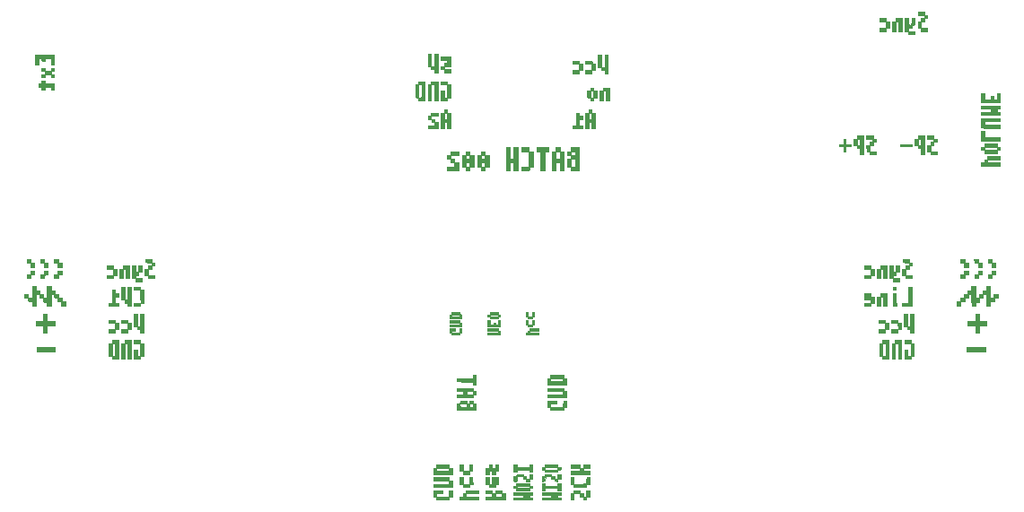
<source format=gbr>
G04 #@! TF.FileFunction,Legend,Bot*
%FSLAX46Y46*%
G04 Gerber Fmt 4.6, Leading zero omitted, Abs format (unit mm)*
G04 Created by KiCad (PCBNEW 4.0.7-e0-6372~58~ubuntu16.04.1) date Mon Jul 31 15:37:26 2017*
%MOMM*%
%LPD*%
G01*
G04 APERTURE LIST*
%ADD10C,0.100000*%
%ADD11C,0.010000*%
G04 APERTURE END LIST*
D10*
D11*
G36*
X86076834Y-90656167D02*
X85487695Y-90656167D01*
X85333834Y-90655679D01*
X85193955Y-90654301D01*
X85073603Y-90652163D01*
X84978322Y-90649395D01*
X84913656Y-90646126D01*
X84885149Y-90642487D01*
X84884445Y-90642056D01*
X84877346Y-90615193D01*
X84872278Y-90558300D01*
X84870334Y-90483666D01*
X84870334Y-90338667D01*
X86076834Y-90338667D01*
X86076834Y-90656167D01*
X86076834Y-90656167D01*
G37*
X86076834Y-90656167D02*
X85487695Y-90656167D01*
X85333834Y-90655679D01*
X85193955Y-90654301D01*
X85073603Y-90652163D01*
X84978322Y-90649395D01*
X84913656Y-90646126D01*
X84885149Y-90642487D01*
X84884445Y-90642056D01*
X84877346Y-90615193D01*
X84872278Y-90558300D01*
X84870334Y-90483666D01*
X84870334Y-90338667D01*
X86076834Y-90338667D01*
X86076834Y-90656167D01*
G36*
X85484167Y-90041171D02*
X84880917Y-90052917D01*
X84868399Y-90338667D01*
X84574000Y-90338667D01*
X84574000Y-89746000D01*
X85484167Y-89746000D01*
X85484167Y-90041171D01*
X85484167Y-90041171D01*
G37*
X85484167Y-90041171D02*
X84880917Y-90052917D01*
X84868399Y-90338667D01*
X84574000Y-90338667D01*
X84574000Y-89746000D01*
X85484167Y-89746000D01*
X85484167Y-90041171D01*
G36*
X86373167Y-90338667D02*
X86076834Y-90338667D01*
X86076834Y-89746000D01*
X86373167Y-89746000D01*
X86373167Y-90338667D01*
X86373167Y-90338667D01*
G37*
X86373167Y-90338667D02*
X86076834Y-90338667D01*
X86076834Y-89746000D01*
X86373167Y-89746000D01*
X86373167Y-90338667D01*
G36*
X88870834Y-90041674D02*
X88272875Y-90047296D01*
X87674917Y-90052917D01*
X87662399Y-90338667D01*
X88870834Y-90338667D01*
X88870834Y-90656167D01*
X87071667Y-90656167D01*
X87071667Y-90338667D01*
X87368000Y-90338667D01*
X87368000Y-90042334D01*
X87664334Y-90042334D01*
X87664334Y-89746000D01*
X88870834Y-89746000D01*
X88870834Y-90041674D01*
X88870834Y-90041674D01*
G37*
X88870834Y-90041674D02*
X88272875Y-90047296D01*
X87674917Y-90052917D01*
X87662399Y-90338667D01*
X88870834Y-90338667D01*
X88870834Y-90656167D01*
X87071667Y-90656167D01*
X87071667Y-90338667D01*
X87368000Y-90338667D01*
X87368000Y-90042334D01*
X87664334Y-90042334D01*
X87664334Y-89746000D01*
X88870834Y-89746000D01*
X88870834Y-90041674D01*
G36*
X91051000Y-90042334D02*
X91348496Y-90042334D01*
X91336750Y-90645584D01*
X90442459Y-90651105D01*
X89548167Y-90656626D01*
X89548167Y-90338667D01*
X90140834Y-90338667D01*
X90140834Y-90042334D01*
X90437167Y-90042334D01*
X90437167Y-90338667D01*
X91029834Y-90338667D01*
X91029834Y-90042334D01*
X90437167Y-90042334D01*
X90437167Y-89746000D01*
X91051000Y-89746000D01*
X91051000Y-90042334D01*
X91051000Y-90042334D01*
G37*
X91051000Y-90042334D02*
X91348496Y-90042334D01*
X91336750Y-90645584D01*
X90442459Y-90651105D01*
X89548167Y-90656626D01*
X89548167Y-90338667D01*
X90140834Y-90338667D01*
X90140834Y-90042334D01*
X90437167Y-90042334D01*
X90437167Y-90338667D01*
X91029834Y-90338667D01*
X91029834Y-90042334D01*
X90437167Y-90042334D01*
X90437167Y-89746000D01*
X91051000Y-89746000D01*
X91051000Y-90042334D01*
G36*
X90140834Y-90042334D02*
X89548167Y-90042334D01*
X89548167Y-89746000D01*
X90140834Y-89746000D01*
X90140834Y-90042334D01*
X90140834Y-90042334D01*
G37*
X90140834Y-90042334D02*
X89548167Y-90042334D01*
X89548167Y-89746000D01*
X90140834Y-89746000D01*
X90140834Y-90042334D01*
G36*
X93929667Y-90211667D02*
X93633334Y-90211667D01*
X93633334Y-90423334D01*
X93929667Y-90423334D01*
X93929667Y-90656167D01*
X93044195Y-90656167D01*
X92854562Y-90655840D01*
X92678169Y-90654906D01*
X92519489Y-90653436D01*
X92382997Y-90651499D01*
X92273169Y-90649166D01*
X92194479Y-90646507D01*
X92151402Y-90643592D01*
X92144611Y-90642056D01*
X92136335Y-90614204D01*
X92131258Y-90559397D01*
X92130500Y-90525639D01*
X92130500Y-90423334D01*
X93040667Y-90423334D01*
X93040667Y-90211667D01*
X92130500Y-90211667D01*
X92130500Y-89978834D01*
X93929667Y-89978834D01*
X93929667Y-90211667D01*
X93929667Y-90211667D01*
G37*
X93929667Y-90211667D02*
X93633334Y-90211667D01*
X93633334Y-90423334D01*
X93929667Y-90423334D01*
X93929667Y-90656167D01*
X93044195Y-90656167D01*
X92854562Y-90655840D01*
X92678169Y-90654906D01*
X92519489Y-90653436D01*
X92382997Y-90651499D01*
X92273169Y-90649166D01*
X92194479Y-90646507D01*
X92151402Y-90643592D01*
X92144611Y-90642056D01*
X92136335Y-90614204D01*
X92131258Y-90559397D01*
X92130500Y-90525639D01*
X92130500Y-90423334D01*
X93040667Y-90423334D01*
X93040667Y-90211667D01*
X92130500Y-90211667D01*
X92130500Y-89978834D01*
X93929667Y-89978834D01*
X93929667Y-90211667D01*
G36*
X95734125Y-89983895D02*
X96628417Y-89989417D01*
X96628417Y-90201084D01*
X96474959Y-90207302D01*
X96321500Y-90213521D01*
X96321500Y-90423334D01*
X96641212Y-90423334D01*
X96634815Y-90534459D01*
X96628417Y-90645584D01*
X95734125Y-90651105D01*
X94839834Y-90656626D01*
X94839834Y-90423334D01*
X95728834Y-90423334D01*
X95728834Y-90211667D01*
X94839834Y-90211667D01*
X94839834Y-89978374D01*
X95734125Y-89983895D01*
X95734125Y-89983895D01*
G37*
X95734125Y-89983895D02*
X96628417Y-89989417D01*
X96628417Y-90201084D01*
X96474959Y-90207302D01*
X96321500Y-90213521D01*
X96321500Y-90423334D01*
X96641212Y-90423334D01*
X96634815Y-90534459D01*
X96628417Y-90645584D01*
X95734125Y-90651105D01*
X94839834Y-90656626D01*
X94839834Y-90423334D01*
X95728834Y-90423334D01*
X95728834Y-90211667D01*
X94839834Y-90211667D01*
X94839834Y-89978374D01*
X95734125Y-89983895D01*
G36*
X97824334Y-89746000D02*
X98417000Y-89746000D01*
X98417000Y-90040479D01*
X98570459Y-90046698D01*
X98723917Y-90052917D01*
X98730176Y-90195792D01*
X98736434Y-90338667D01*
X99030834Y-90338667D01*
X99030834Y-89746000D01*
X99327167Y-89746000D01*
X99327167Y-90338667D01*
X99032688Y-90338667D01*
X99026469Y-90492125D01*
X99020250Y-90645584D01*
X98723917Y-90645584D01*
X98717698Y-90492125D01*
X98711479Y-90338667D01*
X98417000Y-90338667D01*
X98417000Y-90042334D01*
X97824334Y-90042334D01*
X97824334Y-89746000D01*
X97824334Y-89746000D01*
G37*
X97824334Y-89746000D02*
X98417000Y-89746000D01*
X98417000Y-90040479D01*
X98570459Y-90046698D01*
X98723917Y-90052917D01*
X98730176Y-90195792D01*
X98736434Y-90338667D01*
X99030834Y-90338667D01*
X99030834Y-89746000D01*
X99327167Y-89746000D01*
X99327167Y-90338667D01*
X99032688Y-90338667D01*
X99026469Y-90492125D01*
X99020250Y-90645584D01*
X98723917Y-90645584D01*
X98717698Y-90492125D01*
X98711479Y-90338667D01*
X98417000Y-90338667D01*
X98417000Y-90042334D01*
X97824334Y-90042334D01*
X97824334Y-89746000D01*
G36*
X97824334Y-90656167D02*
X97528000Y-90656167D01*
X97528000Y-90042334D01*
X97824334Y-90042334D01*
X97824334Y-90656167D01*
X97824334Y-90656167D01*
G37*
X97824334Y-90656167D02*
X97528000Y-90656167D01*
X97528000Y-90042334D01*
X97824334Y-90042334D01*
X97824334Y-90656167D01*
G36*
X93929667Y-89322667D02*
X93929667Y-89555500D01*
X93633334Y-89555500D01*
X93633334Y-89767167D01*
X92426834Y-89767167D01*
X92426834Y-89555500D01*
X92130500Y-89555500D01*
X92130500Y-89322667D01*
X92426834Y-89322667D01*
X92448000Y-89322667D01*
X92448000Y-89555500D01*
X93633334Y-89555500D01*
X93633334Y-89322667D01*
X92448000Y-89322667D01*
X92426834Y-89322667D01*
X92426834Y-89111000D01*
X93633334Y-89111000D01*
X93633334Y-89322667D01*
X93929667Y-89322667D01*
X93929667Y-89322667D01*
G37*
X93929667Y-89322667D02*
X93929667Y-89555500D01*
X93633334Y-89555500D01*
X93633334Y-89767167D01*
X92426834Y-89767167D01*
X92426834Y-89555500D01*
X92130500Y-89555500D01*
X92130500Y-89322667D01*
X92426834Y-89322667D01*
X92448000Y-89322667D01*
X92448000Y-89555500D01*
X93633334Y-89555500D01*
X93633334Y-89322667D01*
X92448000Y-89322667D01*
X92426834Y-89322667D01*
X92426834Y-89111000D01*
X93633334Y-89111000D01*
X93633334Y-89322667D01*
X93929667Y-89322667D01*
G36*
X95136167Y-89322667D02*
X96321500Y-89322667D01*
X96321500Y-89111000D01*
X96639000Y-89111000D01*
X96639000Y-89767167D01*
X96321500Y-89767167D01*
X96321500Y-89555500D01*
X95136167Y-89555500D01*
X95136167Y-89767167D01*
X94839834Y-89767167D01*
X94839834Y-89111000D01*
X95136167Y-89111000D01*
X95136167Y-89322667D01*
X95136167Y-89322667D01*
G37*
X95136167Y-89322667D02*
X96321500Y-89322667D01*
X96321500Y-89111000D01*
X96639000Y-89111000D01*
X96639000Y-89767167D01*
X96321500Y-89767167D01*
X96321500Y-89555500D01*
X95136167Y-89555500D01*
X95136167Y-89767167D01*
X94839834Y-89767167D01*
X94839834Y-89111000D01*
X95136167Y-89111000D01*
X95136167Y-89322667D01*
G36*
X86373167Y-89449667D02*
X84574000Y-89449667D01*
X84574000Y-89153334D01*
X86076834Y-89153334D01*
X86076834Y-88857000D01*
X86373167Y-88857000D01*
X86373167Y-89449667D01*
X86373167Y-89449667D01*
G37*
X86373167Y-89449667D02*
X84574000Y-89449667D01*
X84574000Y-89153334D01*
X86076834Y-89153334D01*
X86076834Y-88857000D01*
X86373167Y-88857000D01*
X86373167Y-89449667D01*
G36*
X86076834Y-88857000D02*
X84572146Y-88857000D01*
X84584584Y-88550084D01*
X85330709Y-88544521D01*
X86076834Y-88538959D01*
X86076834Y-88857000D01*
X86076834Y-88857000D01*
G37*
X86076834Y-88857000D02*
X84572146Y-88857000D01*
X84584584Y-88550084D01*
X85330709Y-88544521D01*
X86076834Y-88538959D01*
X86076834Y-88857000D01*
G36*
X88273456Y-88851709D02*
X88279329Y-89153334D01*
X87981834Y-89153334D01*
X87981834Y-89449667D01*
X87368000Y-89449667D01*
X87368000Y-89153334D01*
X87959505Y-89153334D01*
X87965377Y-88851709D01*
X87971250Y-88550084D01*
X88267584Y-88550084D01*
X88273456Y-88851709D01*
X88273456Y-88851709D01*
G37*
X88273456Y-88851709D02*
X88279329Y-89153334D01*
X87981834Y-89153334D01*
X87981834Y-89449667D01*
X87368000Y-89449667D01*
X87368000Y-89153334D01*
X87959505Y-89153334D01*
X87965377Y-88851709D01*
X87971250Y-88550084D01*
X88267584Y-88550084D01*
X88273456Y-88851709D01*
G36*
X87368000Y-89153334D02*
X87071667Y-89153334D01*
X87071667Y-88539500D01*
X87368000Y-88539500D01*
X87368000Y-89153334D01*
X87368000Y-89153334D01*
G37*
X87368000Y-89153334D02*
X87071667Y-89153334D01*
X87071667Y-88539500D01*
X87368000Y-88539500D01*
X87368000Y-89153334D01*
G36*
X90733500Y-89153334D02*
X90437167Y-89153334D01*
X90437167Y-89449667D01*
X89844500Y-89449667D01*
X89844500Y-89153334D01*
X90140834Y-89153334D01*
X90140834Y-88539500D01*
X90733500Y-88539500D01*
X90733500Y-89153334D01*
X90733500Y-89153334D01*
G37*
X90733500Y-89153334D02*
X90437167Y-89153334D01*
X90437167Y-89449667D01*
X89844500Y-89449667D01*
X89844500Y-89153334D01*
X90140834Y-89153334D01*
X90140834Y-88539500D01*
X90733500Y-88539500D01*
X90733500Y-89153334D01*
G36*
X89844500Y-89153334D02*
X89548167Y-89153334D01*
X89548167Y-88539500D01*
X89844500Y-88539500D01*
X89844500Y-89153334D01*
X89844500Y-89153334D01*
G37*
X89844500Y-89153334D02*
X89548167Y-89153334D01*
X89548167Y-88539500D01*
X89844500Y-88539500D01*
X89844500Y-89153334D01*
G36*
X99174295Y-88543838D02*
X99316584Y-88550084D01*
X99322456Y-88851709D01*
X99328329Y-89153334D01*
X99030834Y-89153334D01*
X99030834Y-89449667D01*
X97824334Y-89449667D01*
X97824334Y-89153993D01*
X98422292Y-89148371D01*
X99020250Y-89142750D01*
X99026129Y-88840171D01*
X99032007Y-88537593D01*
X99174295Y-88543838D01*
X99174295Y-88543838D01*
G37*
X99174295Y-88543838D02*
X99316584Y-88550084D01*
X99322456Y-88851709D01*
X99328329Y-89153334D01*
X99030834Y-89153334D01*
X99030834Y-89449667D01*
X97824334Y-89449667D01*
X97824334Y-89153993D01*
X98422292Y-89148371D01*
X99020250Y-89142750D01*
X99026129Y-88840171D01*
X99032007Y-88537593D01*
X99174295Y-88543838D01*
G36*
X97824334Y-89153334D02*
X97528000Y-89153334D01*
X97528000Y-88539500D01*
X97824334Y-88539500D01*
X97824334Y-89153334D01*
X97824334Y-89153334D01*
G37*
X97824334Y-89153334D02*
X97528000Y-89153334D01*
X97528000Y-88539500D01*
X97824334Y-88539500D01*
X97824334Y-89153334D01*
G36*
X93633334Y-88899334D02*
X93337000Y-88899334D01*
X93337000Y-88666500D01*
X93633334Y-88666500D01*
X93633334Y-88899334D01*
X93633334Y-88899334D01*
G37*
X93633334Y-88899334D02*
X93337000Y-88899334D01*
X93337000Y-88666500D01*
X93633334Y-88666500D01*
X93633334Y-88899334D01*
G36*
X93040667Y-88454834D02*
X92449481Y-88454834D01*
X92437417Y-88888750D01*
X92298937Y-88894909D01*
X92225789Y-88895933D01*
X92170264Y-88892579D01*
X92145478Y-88886089D01*
X92139096Y-88859742D01*
X92134067Y-88800989D01*
X92131059Y-88719753D01*
X92130500Y-88662972D01*
X92130500Y-88454834D01*
X92424621Y-88454834D01*
X92437417Y-88232584D01*
X93040667Y-88220838D01*
X93040667Y-88454834D01*
X93040667Y-88454834D01*
G37*
X93040667Y-88454834D02*
X92449481Y-88454834D01*
X92437417Y-88888750D01*
X92298937Y-88894909D01*
X92225789Y-88895933D01*
X92170264Y-88892579D01*
X92145478Y-88886089D01*
X92139096Y-88859742D01*
X92134067Y-88800989D01*
X92131059Y-88719753D01*
X92130500Y-88662972D01*
X92130500Y-88454834D01*
X92424621Y-88454834D01*
X92437417Y-88232584D01*
X93040667Y-88220838D01*
X93040667Y-88454834D01*
G36*
X93929667Y-88666500D02*
X93633334Y-88666500D01*
X93633334Y-88222000D01*
X93929667Y-88222000D01*
X93929667Y-88666500D01*
X93929667Y-88666500D01*
G37*
X93929667Y-88666500D02*
X93633334Y-88666500D01*
X93633334Y-88222000D01*
X93929667Y-88222000D01*
X93929667Y-88666500D01*
G36*
X93337000Y-88666500D02*
X93040667Y-88666500D01*
X93040667Y-88454834D01*
X93337000Y-88454834D01*
X93337000Y-88666500D01*
X93337000Y-88666500D01*
G37*
X93337000Y-88666500D02*
X93040667Y-88666500D01*
X93040667Y-88454834D01*
X93337000Y-88454834D01*
X93337000Y-88666500D01*
G36*
X95728834Y-88454834D02*
X95137648Y-88454834D01*
X95125584Y-88888750D01*
X94839834Y-88901268D01*
X94839834Y-88454834D01*
X95136167Y-88454834D01*
X95136167Y-88222000D01*
X95728834Y-88222000D01*
X95728834Y-88454834D01*
X95728834Y-88454834D01*
G37*
X95728834Y-88454834D02*
X95137648Y-88454834D01*
X95125584Y-88888750D01*
X94839834Y-88901268D01*
X94839834Y-88454834D01*
X95136167Y-88454834D01*
X95136167Y-88222000D01*
X95728834Y-88222000D01*
X95728834Y-88454834D01*
G36*
X96025167Y-88666500D02*
X96321500Y-88666500D01*
X96321500Y-88901268D01*
X96035750Y-88888750D01*
X96029352Y-88777625D01*
X96022955Y-88666500D01*
X95728834Y-88666500D01*
X95728834Y-88454834D01*
X96025167Y-88454834D01*
X96025167Y-88666500D01*
X96025167Y-88666500D01*
G37*
X96025167Y-88666500D02*
X96321500Y-88666500D01*
X96321500Y-88901268D01*
X96035750Y-88888750D01*
X96029352Y-88777625D01*
X96022955Y-88666500D01*
X95728834Y-88666500D01*
X95728834Y-88454834D01*
X96025167Y-88454834D01*
X96025167Y-88666500D01*
G36*
X96474959Y-88226365D02*
X96628417Y-88232584D01*
X96640481Y-88666500D01*
X96321500Y-88666500D01*
X96321500Y-88220146D01*
X96474959Y-88226365D01*
X96474959Y-88226365D01*
G37*
X96474959Y-88226365D02*
X96628417Y-88232584D01*
X96640481Y-88666500D01*
X96321500Y-88666500D01*
X96321500Y-88220146D01*
X96474959Y-88226365D01*
G36*
X86076834Y-87649841D02*
X85478875Y-87655462D01*
X84880917Y-87661084D01*
X84868399Y-87946834D01*
X86076834Y-87946834D01*
X86076834Y-87650500D01*
X86373167Y-87650500D01*
X86373167Y-88243167D01*
X84574000Y-88243167D01*
X84574000Y-87650500D01*
X84870334Y-87650500D01*
X84870334Y-87354167D01*
X86076834Y-87354167D01*
X86076834Y-87649841D01*
X86076834Y-87649841D01*
G37*
X86076834Y-87649841D02*
X85478875Y-87655462D01*
X84880917Y-87661084D01*
X84868399Y-87946834D01*
X86076834Y-87946834D01*
X86076834Y-87650500D01*
X86373167Y-87650500D01*
X86373167Y-88243167D01*
X84574000Y-88243167D01*
X84574000Y-87650500D01*
X84870334Y-87650500D01*
X84870334Y-87354167D01*
X86076834Y-87354167D01*
X86076834Y-87649841D01*
G36*
X88278167Y-87946834D02*
X87981834Y-87946834D01*
X87981834Y-88243167D01*
X87368000Y-88243167D01*
X87368000Y-87946834D01*
X87960667Y-87946834D01*
X87960667Y-87354167D01*
X88278167Y-87354167D01*
X88278167Y-87946834D01*
X88278167Y-87946834D01*
G37*
X88278167Y-87946834D02*
X87981834Y-87946834D01*
X87981834Y-88243167D01*
X87368000Y-88243167D01*
X87368000Y-87946834D01*
X87960667Y-87946834D01*
X87960667Y-87354167D01*
X88278167Y-87354167D01*
X88278167Y-87946834D01*
G36*
X87368000Y-87946834D02*
X87071667Y-87946834D01*
X87071667Y-87354167D01*
X87368000Y-87354167D01*
X87368000Y-87946834D01*
X87368000Y-87946834D01*
G37*
X87368000Y-87946834D02*
X87071667Y-87946834D01*
X87071667Y-87354167D01*
X87368000Y-87354167D01*
X87368000Y-87946834D01*
G36*
X90140834Y-87650500D02*
X90437167Y-87650500D01*
X90437167Y-87354167D01*
X90733500Y-87354167D01*
X90733500Y-87946834D01*
X90437167Y-87946834D01*
X90437167Y-88243167D01*
X90140834Y-88243167D01*
X90140834Y-87946834D01*
X89844500Y-87946834D01*
X89844500Y-88243167D01*
X89548167Y-88243167D01*
X89548167Y-87650500D01*
X89844500Y-87650500D01*
X89844500Y-87354167D01*
X90140834Y-87354167D01*
X90140834Y-87650500D01*
X90140834Y-87650500D01*
G37*
X90140834Y-87650500D02*
X90437167Y-87650500D01*
X90437167Y-87354167D01*
X90733500Y-87354167D01*
X90733500Y-87946834D01*
X90437167Y-87946834D01*
X90437167Y-88243167D01*
X90140834Y-88243167D01*
X90140834Y-87946834D01*
X89844500Y-87946834D01*
X89844500Y-88243167D01*
X89548167Y-88243167D01*
X89548167Y-87650500D01*
X89844500Y-87650500D01*
X89844500Y-87354167D01*
X90140834Y-87354167D01*
X90140834Y-87650500D01*
G36*
X99327167Y-87650500D02*
X98734500Y-87650500D01*
X98734500Y-87946834D01*
X99327167Y-87946834D01*
X99327167Y-88243167D01*
X97528000Y-88243167D01*
X97528000Y-87946834D01*
X98417000Y-87946834D01*
X98417000Y-87650500D01*
X98713334Y-87650500D01*
X98713334Y-87354167D01*
X99327167Y-87354167D01*
X99327167Y-87650500D01*
X99327167Y-87650500D01*
G37*
X99327167Y-87650500D02*
X98734500Y-87650500D01*
X98734500Y-87946834D01*
X99327167Y-87946834D01*
X99327167Y-88243167D01*
X97528000Y-88243167D01*
X97528000Y-87946834D01*
X98417000Y-87946834D01*
X98417000Y-87650500D01*
X98713334Y-87650500D01*
X98713334Y-87354167D01*
X99327167Y-87354167D01*
X99327167Y-87650500D01*
G36*
X98417000Y-87650500D02*
X97528000Y-87650500D01*
X97528000Y-87354167D01*
X98417000Y-87354167D01*
X98417000Y-87650500D01*
X98417000Y-87650500D01*
G37*
X98417000Y-87650500D02*
X97528000Y-87650500D01*
X97528000Y-87354167D01*
X98417000Y-87354167D01*
X98417000Y-87650500D01*
G36*
X92448000Y-87565834D02*
X93633334Y-87565834D01*
X93633334Y-87354167D01*
X93929667Y-87354167D01*
X93929667Y-88010334D01*
X93633334Y-88010334D01*
X93633334Y-87798667D01*
X92448000Y-87798667D01*
X92448000Y-88010334D01*
X92130500Y-88010334D01*
X92130500Y-87354167D01*
X92448000Y-87354167D01*
X92448000Y-87565834D01*
X92448000Y-87565834D01*
G37*
X92448000Y-87565834D02*
X93633334Y-87565834D01*
X93633334Y-87354167D01*
X93929667Y-87354167D01*
X93929667Y-88010334D01*
X93633334Y-88010334D01*
X93633334Y-87798667D01*
X92448000Y-87798667D01*
X92448000Y-88010334D01*
X92130500Y-88010334D01*
X92130500Y-87354167D01*
X92448000Y-87354167D01*
X92448000Y-87565834D01*
G36*
X96321500Y-87563979D02*
X96474959Y-87570198D01*
X96628417Y-87576417D01*
X96628417Y-87788084D01*
X96474959Y-87794302D01*
X96321500Y-87800521D01*
X96321500Y-88010334D01*
X95136167Y-88010334D01*
X95136167Y-87798667D01*
X94839834Y-87798667D01*
X94839834Y-87565834D01*
X95136167Y-87565834D01*
X95136167Y-87798667D01*
X96321500Y-87798667D01*
X96321500Y-87565834D01*
X95136167Y-87565834D01*
X95136167Y-87354167D01*
X96321500Y-87354167D01*
X96321500Y-87563979D01*
X96321500Y-87563979D01*
G37*
X96321500Y-87563979D02*
X96474959Y-87570198D01*
X96628417Y-87576417D01*
X96628417Y-87788084D01*
X96474959Y-87794302D01*
X96321500Y-87800521D01*
X96321500Y-88010334D01*
X95136167Y-88010334D01*
X95136167Y-87798667D01*
X94839834Y-87798667D01*
X94839834Y-87565834D01*
X95136167Y-87565834D01*
X95136167Y-87798667D01*
X96321500Y-87798667D01*
X96321500Y-87565834D01*
X95136167Y-87565834D01*
X95136167Y-87354167D01*
X96321500Y-87354167D01*
X96321500Y-87563979D01*
G36*
X87706667Y-81575667D02*
X88003000Y-81575667D01*
X88003000Y-81279334D01*
X88299334Y-81279334D01*
X88299334Y-81575667D01*
X88595667Y-81575667D01*
X88595667Y-82189500D01*
X86795338Y-82189500D01*
X86806877Y-81596834D01*
X87092834Y-81596834D01*
X87092834Y-81730889D01*
X87094996Y-81802857D01*
X87100629Y-81856978D01*
X87107515Y-81879626D01*
X87132994Y-81884599D01*
X87192560Y-81887971D01*
X87277990Y-81889501D01*
X87381059Y-81888948D01*
X87409140Y-81888446D01*
X87696084Y-81882584D01*
X87702342Y-81739709D01*
X87708601Y-81596834D01*
X88003000Y-81596834D01*
X88003000Y-81893167D01*
X88299334Y-81893167D01*
X88299334Y-81596834D01*
X88003000Y-81596834D01*
X87708601Y-81596834D01*
X87092834Y-81596834D01*
X86806877Y-81596834D01*
X86807084Y-81586250D01*
X87090942Y-81573776D01*
X87097180Y-81431846D01*
X87103417Y-81289917D01*
X87706667Y-81278171D01*
X87706667Y-81575667D01*
X87706667Y-81575667D01*
G37*
X87706667Y-81575667D02*
X88003000Y-81575667D01*
X88003000Y-81279334D01*
X88299334Y-81279334D01*
X88299334Y-81575667D01*
X88595667Y-81575667D01*
X88595667Y-82189500D01*
X86795338Y-82189500D01*
X86806877Y-81596834D01*
X87092834Y-81596834D01*
X87092834Y-81730889D01*
X87094996Y-81802857D01*
X87100629Y-81856978D01*
X87107515Y-81879626D01*
X87132994Y-81884599D01*
X87192560Y-81887971D01*
X87277990Y-81889501D01*
X87381059Y-81888948D01*
X87409140Y-81888446D01*
X87696084Y-81882584D01*
X87702342Y-81739709D01*
X87708601Y-81596834D01*
X88003000Y-81596834D01*
X88003000Y-81893167D01*
X88299334Y-81893167D01*
X88299334Y-81596834D01*
X88003000Y-81596834D01*
X87708601Y-81596834D01*
X87092834Y-81596834D01*
X86806877Y-81596834D01*
X86807084Y-81586250D01*
X87090942Y-81573776D01*
X87097180Y-81431846D01*
X87103417Y-81289917D01*
X87706667Y-81278171D01*
X87706667Y-81575667D01*
G36*
X97136417Y-81882584D02*
X96994487Y-81888821D01*
X96852558Y-81895058D01*
X96846321Y-82036987D01*
X96840084Y-82178917D01*
X96242125Y-82184538D01*
X95644167Y-82190159D01*
X95644167Y-81893167D01*
X96828338Y-81893167D01*
X96840084Y-81289917D01*
X97136417Y-81289917D01*
X97136417Y-81882584D01*
X97136417Y-81882584D01*
G37*
X97136417Y-81882584D02*
X96994487Y-81888821D01*
X96852558Y-81895058D01*
X96846321Y-82036987D01*
X96840084Y-82178917D01*
X96242125Y-82184538D01*
X95644167Y-82190159D01*
X95644167Y-81893167D01*
X96828338Y-81893167D01*
X96840084Y-81289917D01*
X97136417Y-81289917D01*
X97136417Y-81882584D01*
G36*
X96236834Y-81596834D02*
X95644167Y-81596834D01*
X95644167Y-81893167D01*
X95347834Y-81893167D01*
X95347834Y-81279334D01*
X96236834Y-81279334D01*
X96236834Y-81596834D01*
X96236834Y-81596834D01*
G37*
X96236834Y-81596834D02*
X95644167Y-81596834D01*
X95644167Y-81893167D01*
X95347834Y-81893167D01*
X95347834Y-81279334D01*
X96236834Y-81279334D01*
X96236834Y-81596834D01*
G36*
X88595667Y-80390334D02*
X88595667Y-80686667D01*
X88299334Y-80686667D01*
X88299334Y-80983000D01*
X86796500Y-80983000D01*
X86796500Y-80686667D01*
X87389167Y-80686667D01*
X87389167Y-80390334D01*
X87706667Y-80390334D01*
X87706667Y-80686667D01*
X88299334Y-80686667D01*
X88299334Y-80390334D01*
X87706667Y-80390334D01*
X87389167Y-80390334D01*
X86796500Y-80390334D01*
X86796500Y-80094000D01*
X88299334Y-80094000D01*
X88299334Y-80390334D01*
X88595667Y-80390334D01*
X88595667Y-80390334D01*
G37*
X88595667Y-80390334D02*
X88595667Y-80686667D01*
X88299334Y-80686667D01*
X88299334Y-80983000D01*
X86796500Y-80983000D01*
X86796500Y-80686667D01*
X87389167Y-80686667D01*
X87389167Y-80390334D01*
X87706667Y-80390334D01*
X87706667Y-80686667D01*
X88299334Y-80686667D01*
X88299334Y-80390334D01*
X87706667Y-80390334D01*
X87389167Y-80390334D01*
X86796500Y-80390334D01*
X86796500Y-80094000D01*
X88299334Y-80094000D01*
X88299334Y-80390334D01*
X88595667Y-80390334D01*
G36*
X96850667Y-80390334D02*
X97147000Y-80390334D01*
X97147000Y-80983000D01*
X95347834Y-80983000D01*
X95347834Y-80686667D01*
X96829500Y-80686667D01*
X96829500Y-80390334D01*
X95347834Y-80390334D01*
X95347834Y-80094000D01*
X96850667Y-80094000D01*
X96850667Y-80390334D01*
X96850667Y-80390334D01*
G37*
X96850667Y-80390334D02*
X97147000Y-80390334D01*
X97147000Y-80983000D01*
X95347834Y-80983000D01*
X95347834Y-80686667D01*
X96829500Y-80686667D01*
X96829500Y-80390334D01*
X95347834Y-80390334D01*
X95347834Y-80094000D01*
X96850667Y-80094000D01*
X96850667Y-80390334D01*
G36*
X88595667Y-79797667D02*
X88299334Y-79797667D01*
X88299334Y-79501875D01*
X87553209Y-79496313D01*
X86807084Y-79490750D01*
X86794646Y-79183834D01*
X88299334Y-79183834D01*
X88299334Y-78887500D01*
X88595667Y-78887500D01*
X88595667Y-79797667D01*
X88595667Y-79797667D01*
G37*
X88595667Y-79797667D02*
X88299334Y-79797667D01*
X88299334Y-79501875D01*
X87553209Y-79496313D01*
X86807084Y-79490750D01*
X86794646Y-79183834D01*
X88299334Y-79183834D01*
X88299334Y-78887500D01*
X88595667Y-78887500D01*
X88595667Y-79797667D01*
G36*
X96242125Y-78892462D02*
X96840084Y-78898084D01*
X96846342Y-79040959D01*
X96852601Y-79183834D01*
X97148162Y-79183834D01*
X97142290Y-79485459D01*
X97136417Y-79787084D01*
X96242125Y-79792605D01*
X95347834Y-79798126D01*
X95347834Y-79183834D01*
X95644167Y-79183834D01*
X95644167Y-79480167D01*
X96829500Y-79480167D01*
X96829500Y-79183834D01*
X95644167Y-79183834D01*
X95644167Y-78886841D01*
X96242125Y-78892462D01*
X96242125Y-78892462D01*
G37*
X96242125Y-78892462D02*
X96840084Y-78898084D01*
X96846342Y-79040959D01*
X96852601Y-79183834D01*
X97148162Y-79183834D01*
X97142290Y-79485459D01*
X97136417Y-79787084D01*
X96242125Y-79792605D01*
X95347834Y-79798126D01*
X95347834Y-79183834D01*
X95644167Y-79183834D01*
X95644167Y-79480167D01*
X96829500Y-79480167D01*
X96829500Y-79183834D01*
X95644167Y-79183834D01*
X95644167Y-78886841D01*
X96242125Y-78892462D01*
G36*
X54856000Y-77363500D02*
X54265268Y-77363500D01*
X54252750Y-77077750D01*
X54098964Y-77071525D01*
X53945177Y-77065299D01*
X53950797Y-76468275D01*
X53956317Y-75881834D01*
X54263334Y-75881834D01*
X54263334Y-77067167D01*
X54559667Y-77067167D01*
X54559667Y-75881834D01*
X54263334Y-75881834D01*
X53956317Y-75881834D01*
X53956417Y-75871250D01*
X54109875Y-75865031D01*
X54263334Y-75858812D01*
X54263334Y-75564334D01*
X54856000Y-75564334D01*
X54856000Y-77363500D01*
X54856000Y-77363500D01*
G37*
X54856000Y-77363500D02*
X54265268Y-77363500D01*
X54252750Y-77077750D01*
X54098964Y-77071525D01*
X53945177Y-77065299D01*
X53950797Y-76468275D01*
X53956317Y-75881834D01*
X54263334Y-75881834D01*
X54263334Y-77067167D01*
X54559667Y-77067167D01*
X54559667Y-75881834D01*
X54263334Y-75881834D01*
X53956317Y-75881834D01*
X53956417Y-75871250D01*
X54109875Y-75865031D01*
X54263334Y-75858812D01*
X54263334Y-75564334D01*
X54856000Y-75564334D01*
X54856000Y-77363500D01*
G36*
X56051917Y-75574917D02*
X56057438Y-76469209D01*
X56062960Y-77363500D01*
X55745000Y-77363500D01*
X55745000Y-75881834D01*
X55448667Y-75881834D01*
X55448667Y-77363500D01*
X55151792Y-77363500D01*
X55157354Y-76617375D01*
X55162917Y-75871250D01*
X55305792Y-75864991D01*
X55448667Y-75858733D01*
X55448667Y-75563171D01*
X56051917Y-75574917D01*
X56051917Y-75574917D01*
G37*
X56051917Y-75574917D02*
X56057438Y-76469209D01*
X56062960Y-77363500D01*
X55745000Y-77363500D01*
X55745000Y-75881834D01*
X55448667Y-75881834D01*
X55448667Y-77363500D01*
X55151792Y-77363500D01*
X55157354Y-76617375D01*
X55162917Y-75871250D01*
X55305792Y-75864991D01*
X55448667Y-75858733D01*
X55448667Y-75563171D01*
X56051917Y-75574917D01*
G36*
X56655167Y-77067167D02*
X56951500Y-77067167D01*
X56951500Y-77363500D01*
X56358834Y-77363500D01*
X56358834Y-76474500D01*
X56655167Y-76474500D01*
X56655167Y-77067167D01*
X56655167Y-77067167D01*
G37*
X56655167Y-77067167D02*
X56951500Y-77067167D01*
X56951500Y-77363500D01*
X56358834Y-77363500D01*
X56358834Y-76474500D01*
X56655167Y-76474500D01*
X56655167Y-77067167D01*
G36*
X56951500Y-75860667D02*
X57247834Y-75860667D01*
X57247834Y-77067167D01*
X56951500Y-77067167D01*
X56951500Y-75881834D01*
X56358834Y-75881834D01*
X56358834Y-75564334D01*
X56951500Y-75564334D01*
X56951500Y-75860667D01*
X56951500Y-75860667D01*
G37*
X56951500Y-75860667D02*
X57247834Y-75860667D01*
X57247834Y-77067167D01*
X56951500Y-77067167D01*
X56951500Y-75881834D01*
X56358834Y-75881834D01*
X56358834Y-75564334D01*
X56951500Y-75564334D01*
X56951500Y-75860667D01*
G36*
X127542334Y-77363500D02*
X126949667Y-77363500D01*
X126949667Y-77067167D01*
X126653334Y-77067167D01*
X126653334Y-75881834D01*
X126949667Y-75881834D01*
X126949667Y-77067167D01*
X127246000Y-77067167D01*
X127246000Y-75881834D01*
X126949667Y-75881834D01*
X126653334Y-75881834D01*
X126653334Y-75860667D01*
X126949667Y-75860667D01*
X126949667Y-75564334D01*
X127542334Y-75564334D01*
X127542334Y-77363500D01*
X127542334Y-77363500D01*
G37*
X127542334Y-77363500D02*
X126949667Y-77363500D01*
X126949667Y-77067167D01*
X126653334Y-77067167D01*
X126653334Y-75881834D01*
X126949667Y-75881834D01*
X126949667Y-77067167D01*
X127246000Y-77067167D01*
X127246000Y-75881834D01*
X126949667Y-75881834D01*
X126653334Y-75881834D01*
X126653334Y-75860667D01*
X126949667Y-75860667D01*
X126949667Y-75564334D01*
X127542334Y-75564334D01*
X127542334Y-77363500D01*
G36*
X128743772Y-76469209D02*
X128749293Y-77363500D01*
X128431334Y-77363500D01*
X128431334Y-75881834D01*
X128135000Y-75881834D01*
X128135000Y-77363500D01*
X127838125Y-77363500D01*
X127843688Y-76617375D01*
X127849250Y-75871250D01*
X127991180Y-75865013D01*
X128133109Y-75858776D01*
X128139346Y-75716846D01*
X128145584Y-75574917D01*
X128738250Y-75574917D01*
X128743772Y-76469209D01*
X128743772Y-76469209D01*
G37*
X128743772Y-76469209D02*
X128749293Y-77363500D01*
X128431334Y-77363500D01*
X128431334Y-75881834D01*
X128135000Y-75881834D01*
X128135000Y-77363500D01*
X127838125Y-77363500D01*
X127843688Y-76617375D01*
X127849250Y-75871250D01*
X127991180Y-75865013D01*
X128133109Y-75858776D01*
X128139346Y-75716846D01*
X128145584Y-75574917D01*
X128738250Y-75574917D01*
X128743772Y-76469209D01*
G36*
X129341500Y-77067167D02*
X129637834Y-77067167D01*
X129637834Y-77363500D01*
X129045167Y-77363500D01*
X129045167Y-76474500D01*
X129341500Y-76474500D01*
X129341500Y-77067167D01*
X129341500Y-77067167D01*
G37*
X129341500Y-77067167D02*
X129637834Y-77067167D01*
X129637834Y-77363500D01*
X129045167Y-77363500D01*
X129045167Y-76474500D01*
X129341500Y-76474500D01*
X129341500Y-77067167D01*
G36*
X129637834Y-75860667D02*
X129934167Y-75860667D01*
X129934167Y-77067167D01*
X129637834Y-77067167D01*
X129637834Y-75881834D01*
X129045167Y-75881834D01*
X129045167Y-75564334D01*
X129637834Y-75564334D01*
X129637834Y-75860667D01*
X129637834Y-75860667D01*
G37*
X129637834Y-75860667D02*
X129934167Y-75860667D01*
X129934167Y-77067167D01*
X129637834Y-77067167D01*
X129637834Y-75881834D01*
X129045167Y-75881834D01*
X129045167Y-75564334D01*
X129637834Y-75564334D01*
X129637834Y-75860667D01*
G36*
X48908167Y-76622667D02*
X47151334Y-76622667D01*
X47151334Y-76262834D01*
X48908167Y-76262834D01*
X48908167Y-76622667D01*
X48908167Y-76622667D01*
G37*
X48908167Y-76622667D02*
X47151334Y-76622667D01*
X47151334Y-76262834D01*
X48908167Y-76262834D01*
X48908167Y-76622667D01*
G36*
X136707500Y-76622667D02*
X134929500Y-76622667D01*
X134929500Y-76262834D01*
X136707500Y-76262834D01*
X136707500Y-76622667D01*
X136707500Y-76622667D01*
G37*
X136707500Y-76622667D02*
X134929500Y-76622667D01*
X134929500Y-76262834D01*
X136707500Y-76262834D01*
X136707500Y-76622667D01*
G36*
X87050500Y-75056334D02*
X86288500Y-75056334D01*
X86288500Y-74865834D01*
X87050500Y-74865834D01*
X87050500Y-75056334D01*
X87050500Y-75056334D01*
G37*
X87050500Y-75056334D02*
X86288500Y-75056334D01*
X86288500Y-74865834D01*
X87050500Y-74865834D01*
X87050500Y-75056334D01*
G36*
X87241000Y-74865834D02*
X87050500Y-74865834D01*
X87050500Y-74484834D01*
X87241000Y-74484834D01*
X87241000Y-74865834D01*
X87241000Y-74865834D01*
G37*
X87241000Y-74865834D02*
X87050500Y-74865834D01*
X87050500Y-74484834D01*
X87241000Y-74484834D01*
X87241000Y-74865834D01*
G36*
X86669500Y-74675334D02*
X86288500Y-74675334D01*
X86288500Y-74865834D01*
X86098000Y-74865834D01*
X86098000Y-74484834D01*
X86669500Y-74484834D01*
X86669500Y-74675334D01*
X86669500Y-74675334D01*
G37*
X86669500Y-74675334D02*
X86288500Y-74675334D01*
X86288500Y-74865834D01*
X86098000Y-74865834D01*
X86098000Y-74484834D01*
X86669500Y-74484834D01*
X86669500Y-74675334D01*
G36*
X90860500Y-75056334D02*
X89717500Y-75056334D01*
X89717500Y-74865834D01*
X90670000Y-74865834D01*
X90670000Y-74675334D01*
X90860500Y-74675334D01*
X90860500Y-75056334D01*
X90860500Y-75056334D01*
G37*
X90860500Y-75056334D02*
X89717500Y-75056334D01*
X89717500Y-74865834D01*
X90670000Y-74865834D01*
X90670000Y-74675334D01*
X90860500Y-74675334D01*
X90860500Y-75056334D01*
G36*
X90670000Y-74675334D02*
X89717500Y-74675334D01*
X89717500Y-74484834D01*
X90670000Y-74484834D01*
X90670000Y-74675334D01*
X90670000Y-74675334D01*
G37*
X90670000Y-74675334D02*
X89717500Y-74675334D01*
X89717500Y-74484834D01*
X90670000Y-74484834D01*
X90670000Y-74675334D01*
G36*
X93696834Y-74865834D02*
X94480000Y-74865834D01*
X94480000Y-75056334D01*
X93315834Y-75056334D01*
X93315834Y-74865834D01*
X93506334Y-74865834D01*
X93506334Y-74675334D01*
X93696834Y-74675334D01*
X93696834Y-74865834D01*
X93696834Y-74865834D01*
G37*
X93696834Y-74865834D02*
X94480000Y-74865834D01*
X94480000Y-75056334D01*
X93315834Y-75056334D01*
X93315834Y-74865834D01*
X93506334Y-74865834D01*
X93506334Y-74675334D01*
X93696834Y-74675334D01*
X93696834Y-74865834D01*
G36*
X94480000Y-74675334D02*
X93696834Y-74675334D01*
X93696834Y-74484834D01*
X94480000Y-74484834D01*
X94480000Y-74675334D01*
X94480000Y-74675334D01*
G37*
X94480000Y-74675334D02*
X93696834Y-74675334D01*
X93696834Y-74484834D01*
X94480000Y-74484834D01*
X94480000Y-74675334D01*
G36*
X48125000Y-73807500D02*
X48844667Y-73807500D01*
X48844667Y-74188500D01*
X48125000Y-74188500D01*
X48125000Y-74908167D01*
X47765167Y-74908167D01*
X47765167Y-74189549D01*
X47421209Y-74183733D01*
X47077250Y-74177917D01*
X47077250Y-73818084D01*
X47421209Y-73812268D01*
X47765167Y-73806452D01*
X47765167Y-73087834D01*
X48125000Y-73087834D01*
X48125000Y-73807500D01*
X48125000Y-73807500D01*
G37*
X48125000Y-73807500D02*
X48844667Y-73807500D01*
X48844667Y-74188500D01*
X48125000Y-74188500D01*
X48125000Y-74908167D01*
X47765167Y-74908167D01*
X47765167Y-74189549D01*
X47421209Y-74183733D01*
X47077250Y-74177917D01*
X47077250Y-73818084D01*
X47421209Y-73812268D01*
X47765167Y-73806452D01*
X47765167Y-73087834D01*
X48125000Y-73087834D01*
X48125000Y-73807500D01*
G36*
X136087237Y-73278334D02*
X136089485Y-73392864D01*
X136091386Y-73520213D01*
X136092528Y-73632820D01*
X136092529Y-73632875D01*
X136093667Y-73807500D01*
X136771000Y-73807500D01*
X136771000Y-74188500D01*
X136094690Y-74188500D01*
X136083084Y-74897584D01*
X135912773Y-74903661D01*
X135831500Y-74904764D01*
X135767199Y-74902287D01*
X135731030Y-74896760D01*
X135727564Y-74894842D01*
X135722560Y-74869653D01*
X135718272Y-74809553D01*
X135715006Y-74721961D01*
X135713069Y-74614297D01*
X135712667Y-74534222D01*
X135712667Y-74188500D01*
X135014167Y-74188500D01*
X135014167Y-73807500D01*
X135712667Y-73807500D01*
X135713805Y-73632875D01*
X135714947Y-73520284D01*
X135716848Y-73392936D01*
X135719095Y-73278390D01*
X135719097Y-73278334D01*
X135723250Y-73098417D01*
X136083084Y-73098417D01*
X136087237Y-73278334D01*
X136087237Y-73278334D01*
G37*
X136087237Y-73278334D02*
X136089485Y-73392864D01*
X136091386Y-73520213D01*
X136092528Y-73632820D01*
X136092529Y-73632875D01*
X136093667Y-73807500D01*
X136771000Y-73807500D01*
X136771000Y-74188500D01*
X136094690Y-74188500D01*
X136083084Y-74897584D01*
X135912773Y-74903661D01*
X135831500Y-74904764D01*
X135767199Y-74902287D01*
X135731030Y-74896760D01*
X135727564Y-74894842D01*
X135722560Y-74869653D01*
X135718272Y-74809553D01*
X135715006Y-74721961D01*
X135713069Y-74614297D01*
X135712667Y-74534222D01*
X135712667Y-74188500D01*
X135014167Y-74188500D01*
X135014167Y-73807500D01*
X135712667Y-73807500D01*
X135713805Y-73632875D01*
X135714947Y-73520284D01*
X135716848Y-73392936D01*
X135719095Y-73278390D01*
X135719097Y-73278334D01*
X135723250Y-73098417D01*
X136083084Y-73098417D01*
X136087237Y-73278334D01*
G36*
X54856000Y-74569500D02*
X54559667Y-74569500D01*
X54559667Y-74865834D01*
X54262669Y-74865834D01*
X54138591Y-74864915D01*
X54051241Y-74861813D01*
X53995049Y-74856005D01*
X53964442Y-74846969D01*
X53954609Y-74837005D01*
X53949637Y-74801183D01*
X53948308Y-74738646D01*
X53949982Y-74683547D01*
X53956417Y-74558917D01*
X54559667Y-74547171D01*
X54559667Y-73955667D01*
X54856000Y-73955667D01*
X54856000Y-74569500D01*
X54856000Y-74569500D01*
G37*
X54856000Y-74569500D02*
X54559667Y-74569500D01*
X54559667Y-74865834D01*
X54262669Y-74865834D01*
X54138591Y-74864915D01*
X54051241Y-74861813D01*
X53995049Y-74856005D01*
X53964442Y-74846969D01*
X53954609Y-74837005D01*
X53949637Y-74801183D01*
X53948308Y-74738646D01*
X53949982Y-74683547D01*
X53956417Y-74558917D01*
X54559667Y-74547171D01*
X54559667Y-73955667D01*
X54856000Y-73955667D01*
X54856000Y-74569500D01*
G36*
X54559667Y-73955667D02*
X53945834Y-73955667D01*
X53945834Y-73659334D01*
X54559667Y-73659334D01*
X54559667Y-73955667D01*
X54559667Y-73955667D01*
G37*
X54559667Y-73955667D02*
X53945834Y-73955667D01*
X53945834Y-73659334D01*
X54559667Y-73659334D01*
X54559667Y-73955667D01*
G36*
X55745000Y-73953812D02*
X55898459Y-73960031D01*
X56051917Y-73966250D01*
X56051917Y-74558917D01*
X55898459Y-74565136D01*
X55745000Y-74571355D01*
X55745000Y-74865834D01*
X55150479Y-74865834D01*
X55156698Y-74712375D01*
X55162917Y-74558917D01*
X55453959Y-74553028D01*
X55745000Y-74547139D01*
X55745000Y-73955667D01*
X55152334Y-73955667D01*
X55152334Y-73659334D01*
X55745000Y-73659334D01*
X55745000Y-73953812D01*
X55745000Y-73953812D01*
G37*
X55745000Y-73953812D02*
X55898459Y-73960031D01*
X56051917Y-73966250D01*
X56051917Y-74558917D01*
X55898459Y-74565136D01*
X55745000Y-74571355D01*
X55745000Y-74865834D01*
X55150479Y-74865834D01*
X55156698Y-74712375D01*
X55162917Y-74558917D01*
X55453959Y-74553028D01*
X55745000Y-74547139D01*
X55745000Y-73955667D01*
X55152334Y-73955667D01*
X55152334Y-73659334D01*
X55745000Y-73659334D01*
X55745000Y-73953812D01*
G36*
X56655167Y-74252000D02*
X56951500Y-74252000D01*
X56951500Y-73066667D01*
X57247834Y-73066667D01*
X57247834Y-74865834D01*
X56951500Y-74865834D01*
X56951500Y-74569500D01*
X56655167Y-74569500D01*
X56655167Y-74273167D01*
X56358834Y-74273167D01*
X56358834Y-73066667D01*
X56655167Y-73066667D01*
X56655167Y-74252000D01*
X56655167Y-74252000D01*
G37*
X56655167Y-74252000D02*
X56951500Y-74252000D01*
X56951500Y-73066667D01*
X57247834Y-73066667D01*
X57247834Y-74865834D01*
X56951500Y-74865834D01*
X56951500Y-74569500D01*
X56655167Y-74569500D01*
X56655167Y-74273167D01*
X56358834Y-74273167D01*
X56358834Y-73066667D01*
X56655167Y-73066667D01*
X56655167Y-74252000D01*
G36*
X127500000Y-74569500D02*
X127203667Y-74569500D01*
X127203667Y-74865834D01*
X126611000Y-74865834D01*
X126611000Y-74548334D01*
X127203667Y-74548334D01*
X127203667Y-73955667D01*
X127500000Y-73955667D01*
X127500000Y-74569500D01*
X127500000Y-74569500D01*
G37*
X127500000Y-74569500D02*
X127203667Y-74569500D01*
X127203667Y-74865834D01*
X126611000Y-74865834D01*
X126611000Y-74548334D01*
X127203667Y-74548334D01*
X127203667Y-73955667D01*
X127500000Y-73955667D01*
X127500000Y-74569500D01*
G36*
X127203667Y-73955667D02*
X126611000Y-73955667D01*
X126611000Y-73659334D01*
X127203667Y-73659334D01*
X127203667Y-73955667D01*
X127203667Y-73955667D01*
G37*
X127203667Y-73955667D02*
X126611000Y-73955667D01*
X126611000Y-73659334D01*
X127203667Y-73659334D01*
X127203667Y-73955667D01*
G36*
X128410167Y-73955667D02*
X128706500Y-73955667D01*
X128706500Y-74569500D01*
X128410167Y-74569500D01*
X128410167Y-74865834D01*
X127794479Y-74865834D01*
X127800698Y-74712375D01*
X127806917Y-74558917D01*
X128109135Y-74553040D01*
X128411354Y-74547164D01*
X128399584Y-73966250D01*
X128097959Y-73960377D01*
X127796334Y-73954505D01*
X127796334Y-73659334D01*
X128410167Y-73659334D01*
X128410167Y-73955667D01*
X128410167Y-73955667D01*
G37*
X128410167Y-73955667D02*
X128706500Y-73955667D01*
X128706500Y-74569500D01*
X128410167Y-74569500D01*
X128410167Y-74865834D01*
X127794479Y-74865834D01*
X127800698Y-74712375D01*
X127806917Y-74558917D01*
X128109135Y-74553040D01*
X128411354Y-74547164D01*
X128399584Y-73966250D01*
X128097959Y-73960377D01*
X127796334Y-73954505D01*
X127796334Y-73659334D01*
X128410167Y-73659334D01*
X128410167Y-73955667D01*
G36*
X129299167Y-74252000D02*
X129595500Y-74252000D01*
X129595500Y-73066667D01*
X129913460Y-73066667D01*
X129907938Y-73960959D01*
X129902417Y-74855250D01*
X129748959Y-74861469D01*
X129595500Y-74867688D01*
X129595500Y-74569500D01*
X129299167Y-74569500D01*
X129299167Y-74273167D01*
X129002834Y-74273167D01*
X129002834Y-73066667D01*
X129299167Y-73066667D01*
X129299167Y-74252000D01*
X129299167Y-74252000D01*
G37*
X129299167Y-74252000D02*
X129595500Y-74252000D01*
X129595500Y-73066667D01*
X129913460Y-73066667D01*
X129907938Y-73960959D01*
X129902417Y-74855250D01*
X129748959Y-74861469D01*
X129595500Y-74867688D01*
X129595500Y-74569500D01*
X129299167Y-74569500D01*
X129299167Y-74273167D01*
X129002834Y-74273167D01*
X129002834Y-73066667D01*
X129299167Y-73066667D01*
X129299167Y-74252000D01*
G36*
X87241000Y-74294334D02*
X86098000Y-74294334D01*
X86098000Y-74103834D01*
X87050500Y-74103834D01*
X87050500Y-73913334D01*
X87241000Y-73913334D01*
X87241000Y-74294334D01*
X87241000Y-74294334D01*
G37*
X87241000Y-74294334D02*
X86098000Y-74294334D01*
X86098000Y-74103834D01*
X87050500Y-74103834D01*
X87050500Y-73913334D01*
X87241000Y-73913334D01*
X87241000Y-74294334D01*
G36*
X87050500Y-73913334D02*
X86098000Y-73913334D01*
X86098000Y-73722834D01*
X87050500Y-73722834D01*
X87050500Y-73913334D01*
X87050500Y-73913334D01*
G37*
X87050500Y-73913334D02*
X86098000Y-73913334D01*
X86098000Y-73722834D01*
X87050500Y-73722834D01*
X87050500Y-73913334D01*
G36*
X89908000Y-74103834D02*
X90289000Y-74103834D01*
X90289000Y-73913334D01*
X90479500Y-73913334D01*
X90479500Y-74103834D01*
X90670000Y-74103834D01*
X90670000Y-73722834D01*
X90860500Y-73722834D01*
X90860500Y-74294334D01*
X89717500Y-74294334D01*
X89717500Y-73722834D01*
X89908000Y-73722834D01*
X89908000Y-74103834D01*
X89908000Y-74103834D01*
G37*
X89908000Y-74103834D02*
X90289000Y-74103834D01*
X90289000Y-73913334D01*
X90479500Y-73913334D01*
X90479500Y-74103834D01*
X90670000Y-74103834D01*
X90670000Y-73722834D01*
X90860500Y-73722834D01*
X90860500Y-74294334D01*
X89717500Y-74294334D01*
X89717500Y-73722834D01*
X89908000Y-73722834D01*
X89908000Y-74103834D01*
G36*
X94094533Y-73908042D02*
X94088417Y-74093250D01*
X93987875Y-74099702D01*
X93887334Y-74106153D01*
X93887334Y-74294334D01*
X93506334Y-74294334D01*
X93506334Y-74103834D01*
X93887334Y-74103834D01*
X93887334Y-73722834D01*
X94100648Y-73722834D01*
X94094533Y-73908042D01*
X94094533Y-73908042D01*
G37*
X94094533Y-73908042D02*
X94088417Y-74093250D01*
X93987875Y-74099702D01*
X93887334Y-74106153D01*
X93887334Y-74294334D01*
X93506334Y-74294334D01*
X93506334Y-74103834D01*
X93887334Y-74103834D01*
X93887334Y-73722834D01*
X94100648Y-73722834D01*
X94094533Y-73908042D01*
G36*
X93506334Y-74103834D02*
X93315834Y-74103834D01*
X93315834Y-73722834D01*
X93506334Y-73722834D01*
X93506334Y-74103834D01*
X93506334Y-74103834D01*
G37*
X93506334Y-74103834D02*
X93315834Y-74103834D01*
X93315834Y-73722834D01*
X93506334Y-73722834D01*
X93506334Y-74103834D01*
G36*
X87054632Y-73040209D02*
X87061084Y-73140750D01*
X87241000Y-73153768D01*
X87241000Y-73532334D01*
X86098000Y-73532334D01*
X86098000Y-73153768D01*
X86131639Y-73151334D01*
X86288500Y-73151334D01*
X86288500Y-73341834D01*
X87050500Y-73341834D01*
X87050500Y-73151334D01*
X86288500Y-73151334D01*
X86131639Y-73151334D01*
X86187959Y-73147259D01*
X86277917Y-73140750D01*
X86284368Y-73040209D01*
X86290820Y-72939667D01*
X87048181Y-72939667D01*
X87054632Y-73040209D01*
X87054632Y-73040209D01*
G37*
X87054632Y-73040209D02*
X87061084Y-73140750D01*
X87241000Y-73153768D01*
X87241000Y-73532334D01*
X86098000Y-73532334D01*
X86098000Y-73153768D01*
X86131639Y-73151334D01*
X86288500Y-73151334D01*
X86288500Y-73341834D01*
X87050500Y-73341834D01*
X87050500Y-73151334D01*
X86288500Y-73151334D01*
X86131639Y-73151334D01*
X86187959Y-73147259D01*
X86277917Y-73140750D01*
X86284368Y-73040209D01*
X86290820Y-72939667D01*
X87048181Y-72939667D01*
X87054632Y-73040209D01*
G36*
X90860500Y-73151334D02*
X90860500Y-73341834D01*
X90670000Y-73341834D01*
X90670000Y-73532334D01*
X89908000Y-73532334D01*
X89908000Y-73341834D01*
X89717500Y-73341834D01*
X89717500Y-73153768D01*
X89751139Y-73151334D01*
X89908000Y-73151334D01*
X89908000Y-73341834D01*
X90670000Y-73341834D01*
X90670000Y-73151334D01*
X89908000Y-73151334D01*
X89751139Y-73151334D01*
X89807459Y-73147259D01*
X89897417Y-73140750D01*
X89903868Y-73040209D01*
X89910320Y-72939667D01*
X90670000Y-72939667D01*
X90670000Y-73151334D01*
X90860500Y-73151334D01*
X90860500Y-73151334D01*
G37*
X90860500Y-73151334D02*
X90860500Y-73341834D01*
X90670000Y-73341834D01*
X90670000Y-73532334D01*
X89908000Y-73532334D01*
X89908000Y-73341834D01*
X89717500Y-73341834D01*
X89717500Y-73153768D01*
X89751139Y-73151334D01*
X89908000Y-73151334D01*
X89908000Y-73341834D01*
X90670000Y-73341834D01*
X90670000Y-73151334D01*
X89908000Y-73151334D01*
X89751139Y-73151334D01*
X89807459Y-73147259D01*
X89897417Y-73140750D01*
X89903868Y-73040209D01*
X89910320Y-72939667D01*
X90670000Y-72939667D01*
X90670000Y-73151334D01*
X90860500Y-73151334D01*
G36*
X93510815Y-73134281D02*
X93516917Y-73331250D01*
X93885723Y-73343458D01*
X93897917Y-72950250D01*
X94088417Y-72950250D01*
X94088417Y-73331250D01*
X93987875Y-73337702D01*
X93887334Y-73344153D01*
X93887334Y-73532334D01*
X93506334Y-73532334D01*
X93506334Y-73341834D01*
X93314245Y-73341834D01*
X93326417Y-72950250D01*
X93415565Y-72943781D01*
X93504714Y-72937312D01*
X93510815Y-73134281D01*
X93510815Y-73134281D01*
G37*
X93510815Y-73134281D02*
X93516917Y-73331250D01*
X93885723Y-73343458D01*
X93897917Y-72950250D01*
X94088417Y-72950250D01*
X94088417Y-73331250D01*
X93987875Y-73337702D01*
X93887334Y-73344153D01*
X93887334Y-73532334D01*
X93506334Y-73532334D01*
X93506334Y-73341834D01*
X93314245Y-73341834D01*
X93326417Y-72950250D01*
X93415565Y-72943781D01*
X93504714Y-72937312D01*
X93510815Y-73134281D01*
G36*
X54559667Y-71138566D02*
X54845417Y-71151084D01*
X54857855Y-71458000D01*
X54559667Y-71458000D01*
X54559667Y-72050667D01*
X54856000Y-72050667D01*
X54856000Y-72347000D01*
X53945834Y-72347000D01*
X53945834Y-72050667D01*
X54263334Y-72050667D01*
X54263334Y-70844167D01*
X54559667Y-70844167D01*
X54559667Y-71138566D01*
X54559667Y-71138566D01*
G37*
X54559667Y-71138566D02*
X54845417Y-71151084D01*
X54857855Y-71458000D01*
X54559667Y-71458000D01*
X54559667Y-72050667D01*
X54856000Y-72050667D01*
X54856000Y-72347000D01*
X53945834Y-72347000D01*
X53945834Y-72050667D01*
X54263334Y-72050667D01*
X54263334Y-70844167D01*
X54559667Y-70844167D01*
X54559667Y-71138566D01*
G36*
X55898459Y-70552198D02*
X56051917Y-70558417D01*
X56057438Y-71452709D01*
X56062960Y-72347000D01*
X55745000Y-72347000D01*
X55745000Y-72050667D01*
X55448667Y-72050667D01*
X55448667Y-71754334D01*
X55745000Y-71754334D01*
X55745000Y-70545979D01*
X55898459Y-70552198D01*
X55898459Y-70552198D01*
G37*
X55898459Y-70552198D02*
X56051917Y-70558417D01*
X56057438Y-71452709D01*
X56062960Y-72347000D01*
X55745000Y-72347000D01*
X55745000Y-72050667D01*
X55448667Y-72050667D01*
X55448667Y-71754334D01*
X55745000Y-71754334D01*
X55745000Y-70545979D01*
X55898459Y-70552198D01*
G36*
X55448667Y-71754334D02*
X55152334Y-71754334D01*
X55152334Y-70547834D01*
X55448667Y-70547834D01*
X55448667Y-71754334D01*
X55448667Y-71754334D01*
G37*
X55448667Y-71754334D02*
X55152334Y-71754334D01*
X55152334Y-70547834D01*
X55448667Y-70547834D01*
X55448667Y-71754334D01*
G36*
X56951500Y-72347000D02*
X56358834Y-72347000D01*
X56358834Y-72050667D01*
X56951500Y-72050667D01*
X56951500Y-72347000D01*
X56951500Y-72347000D01*
G37*
X56951500Y-72347000D02*
X56358834Y-72347000D01*
X56358834Y-72050667D01*
X56951500Y-72050667D01*
X56951500Y-72347000D01*
G36*
X56951500Y-70844167D02*
X57247834Y-70844167D01*
X57247834Y-72050667D01*
X56952159Y-72050667D01*
X56946538Y-71452709D01*
X56940917Y-70854750D01*
X56649875Y-70848861D01*
X56358834Y-70842972D01*
X56358834Y-70547834D01*
X56951500Y-70547834D01*
X56951500Y-70844167D01*
X56951500Y-70844167D01*
G37*
X56951500Y-70844167D02*
X57247834Y-70844167D01*
X57247834Y-72050667D01*
X56952159Y-72050667D01*
X56946538Y-71452709D01*
X56940917Y-70854750D01*
X56649875Y-70848861D01*
X56358834Y-70842972D01*
X56358834Y-70547834D01*
X56951500Y-70547834D01*
X56951500Y-70844167D01*
G36*
X125849000Y-72347000D02*
X125235167Y-72347000D01*
X125235167Y-72050667D01*
X125849000Y-72050667D01*
X125849000Y-72347000D01*
X125849000Y-72347000D01*
G37*
X125849000Y-72347000D02*
X125235167Y-72347000D01*
X125235167Y-72050667D01*
X125849000Y-72050667D01*
X125849000Y-72347000D01*
G36*
X125850855Y-71458000D02*
X126145334Y-71458000D01*
X126145334Y-72050667D01*
X125849000Y-72050667D01*
X125849000Y-71754334D01*
X125234005Y-71754334D01*
X125239877Y-71452709D01*
X125245750Y-71151084D01*
X125838417Y-71151084D01*
X125850855Y-71458000D01*
X125850855Y-71458000D01*
G37*
X125850855Y-71458000D02*
X126145334Y-71458000D01*
X126145334Y-72050667D01*
X125849000Y-72050667D01*
X125849000Y-71754334D01*
X125234005Y-71754334D01*
X125239877Y-71452709D01*
X125245750Y-71151084D01*
X125838417Y-71151084D01*
X125850855Y-71458000D01*
G36*
X126738000Y-71140500D02*
X127330667Y-71140500D01*
X127330667Y-72347000D01*
X127034334Y-72347000D01*
X127034334Y-71458000D01*
X126738000Y-71458000D01*
X126738000Y-71140500D01*
X126738000Y-71140500D01*
G37*
X126738000Y-71140500D02*
X127330667Y-71140500D01*
X127330667Y-72347000D01*
X127034334Y-72347000D01*
X127034334Y-71458000D01*
X126738000Y-71458000D01*
X126738000Y-71140500D01*
G36*
X126738000Y-72347000D02*
X126441667Y-72347000D01*
X126441667Y-71458000D01*
X126738000Y-71458000D01*
X126738000Y-72347000D01*
X126738000Y-72347000D01*
G37*
X126738000Y-72347000D02*
X126441667Y-72347000D01*
X126441667Y-71458000D01*
X126738000Y-71458000D01*
X126738000Y-72347000D01*
G36*
X128230250Y-71151084D02*
X128235871Y-71749042D01*
X128241493Y-72347000D01*
X127944500Y-72347000D01*
X127944500Y-71138566D01*
X128230250Y-71151084D01*
X128230250Y-71151084D01*
G37*
X128230250Y-71151084D02*
X128235871Y-71749042D01*
X128241493Y-72347000D01*
X127944500Y-72347000D01*
X127944500Y-71138566D01*
X128230250Y-71151084D01*
G36*
X129579625Y-70552198D02*
X129733084Y-70558417D01*
X129738605Y-71452709D01*
X129744126Y-72347000D01*
X128833500Y-72347000D01*
X128833500Y-72050667D01*
X129426167Y-72050667D01*
X129426167Y-70545979D01*
X129579625Y-70552198D01*
X129579625Y-70552198D01*
G37*
X129579625Y-70552198D02*
X129733084Y-70558417D01*
X129738605Y-71452709D01*
X129744126Y-72347000D01*
X128833500Y-72347000D01*
X128833500Y-72050667D01*
X129426167Y-72050667D01*
X129426167Y-70545979D01*
X129579625Y-70552198D01*
G36*
X47087834Y-70863553D02*
X47251875Y-70869735D01*
X47415917Y-70875917D01*
X47422065Y-71050542D01*
X47428212Y-71225167D01*
X47786334Y-71225167D01*
X47786334Y-71585000D01*
X48146167Y-71585000D01*
X48146167Y-70505500D01*
X48506000Y-70505500D01*
X48506000Y-70863553D01*
X48834084Y-70875917D01*
X48840231Y-71050542D01*
X48846379Y-71225167D01*
X49183334Y-71225167D01*
X49183334Y-71585000D01*
X49522000Y-71585000D01*
X49522000Y-71944834D01*
X49881834Y-71944834D01*
X49881834Y-72304667D01*
X49500834Y-72304667D01*
X49500834Y-71944834D01*
X49162167Y-71944834D01*
X49162167Y-71585000D01*
X48825212Y-71585000D01*
X48819065Y-71410375D01*
X48812917Y-71235750D01*
X48659459Y-71229531D01*
X48506000Y-71223312D01*
X48506000Y-72299729D01*
X48458375Y-72312492D01*
X48407799Y-72319318D01*
X48331824Y-72322532D01*
X48247224Y-72322195D01*
X48170773Y-72318371D01*
X48119709Y-72311243D01*
X48100824Y-72300179D01*
X48089571Y-72273345D01*
X48084127Y-72222005D01*
X48082668Y-72137423D01*
X48082667Y-72133781D01*
X48082667Y-71966000D01*
X47946815Y-71966000D01*
X47853180Y-71964845D01*
X47793983Y-71956400D01*
X47761328Y-71933196D01*
X47747319Y-71887763D01*
X47744062Y-71812632D01*
X47744000Y-71774126D01*
X47744000Y-71607948D01*
X47579959Y-71601766D01*
X47415917Y-71595584D01*
X47405334Y-71415667D01*
X47394750Y-71235750D01*
X47087834Y-71223312D01*
X47087834Y-72304667D01*
X46728000Y-72304667D01*
X46728000Y-71944834D01*
X46369879Y-71944834D01*
X46363731Y-71770209D01*
X46357584Y-71595584D01*
X46008334Y-71583288D01*
X46008334Y-71225167D01*
X46368167Y-71225167D01*
X46368167Y-71585000D01*
X46728000Y-71585000D01*
X46728000Y-70505500D01*
X47087834Y-70505500D01*
X47087834Y-70863553D01*
X47087834Y-70863553D01*
G37*
X47087834Y-70863553D02*
X47251875Y-70869735D01*
X47415917Y-70875917D01*
X47422065Y-71050542D01*
X47428212Y-71225167D01*
X47786334Y-71225167D01*
X47786334Y-71585000D01*
X48146167Y-71585000D01*
X48146167Y-70505500D01*
X48506000Y-70505500D01*
X48506000Y-70863553D01*
X48834084Y-70875917D01*
X48840231Y-71050542D01*
X48846379Y-71225167D01*
X49183334Y-71225167D01*
X49183334Y-71585000D01*
X49522000Y-71585000D01*
X49522000Y-71944834D01*
X49881834Y-71944834D01*
X49881834Y-72304667D01*
X49500834Y-72304667D01*
X49500834Y-71944834D01*
X49162167Y-71944834D01*
X49162167Y-71585000D01*
X48825212Y-71585000D01*
X48819065Y-71410375D01*
X48812917Y-71235750D01*
X48659459Y-71229531D01*
X48506000Y-71223312D01*
X48506000Y-72299729D01*
X48458375Y-72312492D01*
X48407799Y-72319318D01*
X48331824Y-72322532D01*
X48247224Y-72322195D01*
X48170773Y-72318371D01*
X48119709Y-72311243D01*
X48100824Y-72300179D01*
X48089571Y-72273345D01*
X48084127Y-72222005D01*
X48082668Y-72137423D01*
X48082667Y-72133781D01*
X48082667Y-71966000D01*
X47946815Y-71966000D01*
X47853180Y-71964845D01*
X47793983Y-71956400D01*
X47761328Y-71933196D01*
X47747319Y-71887763D01*
X47744062Y-71812632D01*
X47744000Y-71774126D01*
X47744000Y-71607948D01*
X47579959Y-71601766D01*
X47415917Y-71595584D01*
X47405334Y-71415667D01*
X47394750Y-71235750D01*
X47087834Y-71223312D01*
X47087834Y-72304667D01*
X46728000Y-72304667D01*
X46728000Y-71944834D01*
X46369879Y-71944834D01*
X46363731Y-71770209D01*
X46357584Y-71595584D01*
X46008334Y-71583288D01*
X46008334Y-71225167D01*
X46368167Y-71225167D01*
X46368167Y-71585000D01*
X46728000Y-71585000D01*
X46728000Y-70505500D01*
X47087834Y-70505500D01*
X47087834Y-70863553D01*
G36*
X137130834Y-71585000D02*
X137469500Y-71585000D01*
X137469500Y-71223519D01*
X137654709Y-71229634D01*
X137839917Y-71235750D01*
X137846065Y-71410375D01*
X137852212Y-71585000D01*
X137490667Y-71585000D01*
X137490667Y-71944834D01*
X137130834Y-71944834D01*
X137130834Y-72304667D01*
X136771727Y-72304667D01*
X136766072Y-71770209D01*
X136760417Y-71235750D01*
X136606959Y-71229531D01*
X136453500Y-71223312D01*
X136453500Y-71401892D01*
X136452443Y-71495934D01*
X136444066Y-71555510D01*
X136420560Y-71588487D01*
X136374115Y-71602729D01*
X136296924Y-71606100D01*
X136250686Y-71606167D01*
X136114834Y-71606167D01*
X136114834Y-71773236D01*
X136113774Y-71860431D01*
X136105466Y-71916340D01*
X136082212Y-71947913D01*
X136036318Y-71962103D01*
X135960088Y-71965861D01*
X135901436Y-71966000D01*
X135755000Y-71966000D01*
X135755000Y-72132865D01*
X135754090Y-72216806D01*
X135749704Y-72267790D01*
X135739360Y-72295184D01*
X135720574Y-72308352D01*
X135707375Y-72312492D01*
X135653950Y-72320662D01*
X135580791Y-72324507D01*
X135502287Y-72324198D01*
X135432829Y-72319906D01*
X135386806Y-72311800D01*
X135379671Y-72308619D01*
X135370823Y-72290749D01*
X135363652Y-72247263D01*
X135357958Y-72174769D01*
X135353544Y-72069877D01*
X135350214Y-71929193D01*
X135347921Y-71763902D01*
X135342250Y-71235750D01*
X135035334Y-71223312D01*
X135035334Y-71585000D01*
X134696667Y-71585000D01*
X134696667Y-71944834D01*
X134336834Y-71944834D01*
X134336834Y-72304667D01*
X133977000Y-72304667D01*
X133977000Y-71944834D01*
X134315667Y-71944834D01*
X134315667Y-71585000D01*
X134675500Y-71585000D01*
X134675500Y-71225167D01*
X135014167Y-71225167D01*
X135014167Y-70865334D01*
X135329955Y-70865334D01*
X135336102Y-70690709D01*
X135342250Y-70516084D01*
X135527459Y-70509968D01*
X135712667Y-70503852D01*
X135712667Y-71585000D01*
X136051334Y-71585000D01*
X136051334Y-71225167D01*
X136432334Y-71225167D01*
X136432334Y-70865334D01*
X136748121Y-70865334D01*
X136760417Y-70516084D01*
X136945625Y-70509968D01*
X137130834Y-70503852D01*
X137130834Y-71585000D01*
X137130834Y-71585000D01*
G37*
X137130834Y-71585000D02*
X137469500Y-71585000D01*
X137469500Y-71223519D01*
X137654709Y-71229634D01*
X137839917Y-71235750D01*
X137846065Y-71410375D01*
X137852212Y-71585000D01*
X137490667Y-71585000D01*
X137490667Y-71944834D01*
X137130834Y-71944834D01*
X137130834Y-72304667D01*
X136771727Y-72304667D01*
X136766072Y-71770209D01*
X136760417Y-71235750D01*
X136606959Y-71229531D01*
X136453500Y-71223312D01*
X136453500Y-71401892D01*
X136452443Y-71495934D01*
X136444066Y-71555510D01*
X136420560Y-71588487D01*
X136374115Y-71602729D01*
X136296924Y-71606100D01*
X136250686Y-71606167D01*
X136114834Y-71606167D01*
X136114834Y-71773236D01*
X136113774Y-71860431D01*
X136105466Y-71916340D01*
X136082212Y-71947913D01*
X136036318Y-71962103D01*
X135960088Y-71965861D01*
X135901436Y-71966000D01*
X135755000Y-71966000D01*
X135755000Y-72132865D01*
X135754090Y-72216806D01*
X135749704Y-72267790D01*
X135739360Y-72295184D01*
X135720574Y-72308352D01*
X135707375Y-72312492D01*
X135653950Y-72320662D01*
X135580791Y-72324507D01*
X135502287Y-72324198D01*
X135432829Y-72319906D01*
X135386806Y-72311800D01*
X135379671Y-72308619D01*
X135370823Y-72290749D01*
X135363652Y-72247263D01*
X135357958Y-72174769D01*
X135353544Y-72069877D01*
X135350214Y-71929193D01*
X135347921Y-71763902D01*
X135342250Y-71235750D01*
X135035334Y-71223312D01*
X135035334Y-71585000D01*
X134696667Y-71585000D01*
X134696667Y-71944834D01*
X134336834Y-71944834D01*
X134336834Y-72304667D01*
X133977000Y-72304667D01*
X133977000Y-71944834D01*
X134315667Y-71944834D01*
X134315667Y-71585000D01*
X134675500Y-71585000D01*
X134675500Y-71225167D01*
X135014167Y-71225167D01*
X135014167Y-70865334D01*
X135329955Y-70865334D01*
X135336102Y-70690709D01*
X135342250Y-70516084D01*
X135527459Y-70509968D01*
X135712667Y-70503852D01*
X135712667Y-71585000D01*
X136051334Y-71585000D01*
X136051334Y-71225167D01*
X136432334Y-71225167D01*
X136432334Y-70865334D01*
X136748121Y-70865334D01*
X136760417Y-70516084D01*
X136945625Y-70509968D01*
X137130834Y-70503852D01*
X137130834Y-71585000D01*
G36*
X128240834Y-70844167D02*
X127944500Y-70844167D01*
X127944500Y-70547834D01*
X128240834Y-70547834D01*
X128240834Y-70844167D01*
X128240834Y-70844167D01*
G37*
X128240834Y-70844167D02*
X127944500Y-70844167D01*
X127944500Y-70547834D01*
X128240834Y-70547834D01*
X128240834Y-70844167D01*
G36*
X57078500Y-70039834D02*
X56485834Y-70039834D01*
X56485834Y-69722334D01*
X57078500Y-69722334D01*
X57078500Y-70039834D01*
X57078500Y-70039834D01*
G37*
X57078500Y-70039834D02*
X56485834Y-70039834D01*
X56485834Y-69722334D01*
X57078500Y-69722334D01*
X57078500Y-70039834D01*
G36*
X56485834Y-69129667D02*
X56782167Y-69129667D01*
X56782167Y-69426000D01*
X56485834Y-69426000D01*
X56485834Y-69722334D01*
X56189500Y-69722334D01*
X56189500Y-68537000D01*
X56485834Y-68537000D01*
X56485834Y-69129667D01*
X56485834Y-69129667D01*
G37*
X56485834Y-69129667D02*
X56782167Y-69129667D01*
X56782167Y-69426000D01*
X56485834Y-69426000D01*
X56485834Y-69722334D01*
X56189500Y-69722334D01*
X56189500Y-68537000D01*
X56485834Y-68537000D01*
X56485834Y-69129667D01*
G36*
X57078500Y-69129667D02*
X56782167Y-69129667D01*
X56782167Y-68537000D01*
X57078500Y-68537000D01*
X57078500Y-69129667D01*
X57078500Y-69129667D01*
G37*
X57078500Y-69129667D02*
X56782167Y-69129667D01*
X56782167Y-68537000D01*
X57078500Y-68537000D01*
X57078500Y-69129667D01*
G36*
X127944500Y-69129667D02*
X128240834Y-69129667D01*
X128240834Y-69426000D01*
X127944500Y-69426000D01*
X127944500Y-69721171D01*
X128547750Y-69732917D01*
X128547750Y-70029250D01*
X127944500Y-70040996D01*
X127944500Y-69722334D01*
X127648167Y-69722334D01*
X127648167Y-68537000D01*
X127944500Y-68537000D01*
X127944500Y-69129667D01*
X127944500Y-69129667D01*
G37*
X127944500Y-69129667D02*
X128240834Y-69129667D01*
X128240834Y-69426000D01*
X127944500Y-69426000D01*
X127944500Y-69721171D01*
X128547750Y-69732917D01*
X128547750Y-70029250D01*
X127944500Y-70040996D01*
X127944500Y-69722334D01*
X127648167Y-69722334D01*
X127648167Y-68537000D01*
X127944500Y-68537000D01*
X127944500Y-69129667D01*
G36*
X128558334Y-69129667D02*
X128240834Y-69129667D01*
X128240834Y-68537000D01*
X128558334Y-68537000D01*
X128558334Y-69129667D01*
X128558334Y-69129667D01*
G37*
X128558334Y-69129667D02*
X128240834Y-69129667D01*
X128240834Y-68537000D01*
X128558334Y-68537000D01*
X128558334Y-69129667D01*
G36*
X48230834Y-69362500D02*
X47893815Y-69362500D01*
X47887699Y-69547709D01*
X47881584Y-69732917D01*
X47711273Y-69738995D01*
X47630000Y-69740098D01*
X47565699Y-69737620D01*
X47529530Y-69732093D01*
X47526064Y-69730175D01*
X47519214Y-69703440D01*
X47514025Y-69645328D01*
X47511352Y-69566790D01*
X47511167Y-69538889D01*
X47511167Y-69362500D01*
X47871000Y-69362500D01*
X47871000Y-69002667D01*
X48230834Y-69002667D01*
X48230834Y-69362500D01*
X48230834Y-69362500D01*
G37*
X48230834Y-69362500D02*
X47893815Y-69362500D01*
X47887699Y-69547709D01*
X47881584Y-69732917D01*
X47711273Y-69738995D01*
X47630000Y-69740098D01*
X47565699Y-69737620D01*
X47529530Y-69732093D01*
X47526064Y-69730175D01*
X47519214Y-69703440D01*
X47514025Y-69645328D01*
X47511352Y-69566790D01*
X47511167Y-69538889D01*
X47511167Y-69362500D01*
X47871000Y-69362500D01*
X47871000Y-69002667D01*
X48230834Y-69002667D01*
X48230834Y-69362500D01*
G36*
X136347667Y-69360788D02*
X135998417Y-69373084D01*
X135986185Y-69743500D01*
X135628000Y-69743500D01*
X135628000Y-69362500D01*
X135966667Y-69362500D01*
X135966667Y-69002667D01*
X136347667Y-69002667D01*
X136347667Y-69360788D01*
X136347667Y-69360788D01*
G37*
X136347667Y-69360788D02*
X135998417Y-69373084D01*
X135986185Y-69743500D01*
X135628000Y-69743500D01*
X135628000Y-69362500D01*
X135966667Y-69362500D01*
X135966667Y-69002667D01*
X136347667Y-69002667D01*
X136347667Y-69360788D01*
G36*
X46579834Y-69722334D02*
X46220000Y-69722334D01*
X46220000Y-69362500D01*
X46579834Y-69362500D01*
X46579834Y-69722334D01*
X46579834Y-69722334D01*
G37*
X46579834Y-69722334D02*
X46220000Y-69722334D01*
X46220000Y-69362500D01*
X46579834Y-69362500D01*
X46579834Y-69722334D01*
G36*
X46939667Y-69362500D02*
X46579834Y-69362500D01*
X46579834Y-69002667D01*
X46939667Y-69002667D01*
X46939667Y-69362500D01*
X46939667Y-69362500D01*
G37*
X46939667Y-69362500D02*
X46579834Y-69362500D01*
X46579834Y-69002667D01*
X46939667Y-69002667D01*
X46939667Y-69362500D01*
G36*
X49522000Y-69362500D02*
X49183334Y-69362500D01*
X49183334Y-69722334D01*
X48823500Y-69722334D01*
X48823500Y-69362500D01*
X49162167Y-69362500D01*
X49162167Y-69002667D01*
X49522000Y-69002667D01*
X49522000Y-69362500D01*
X49522000Y-69362500D01*
G37*
X49522000Y-69362500D02*
X49183334Y-69362500D01*
X49183334Y-69722334D01*
X48823500Y-69722334D01*
X48823500Y-69362500D01*
X49162167Y-69362500D01*
X49162167Y-69002667D01*
X49522000Y-69002667D01*
X49522000Y-69362500D01*
G36*
X54390334Y-69722334D02*
X53797667Y-69722334D01*
X53797667Y-69426000D01*
X54390334Y-69426000D01*
X54390334Y-69722334D01*
X54390334Y-69722334D01*
G37*
X54390334Y-69722334D02*
X53797667Y-69722334D01*
X53797667Y-69426000D01*
X54390334Y-69426000D01*
X54390334Y-69722334D01*
G36*
X54686667Y-69426000D02*
X54390334Y-69426000D01*
X54390334Y-68833334D01*
X54686667Y-68833334D01*
X54686667Y-69426000D01*
X54686667Y-69426000D01*
G37*
X54686667Y-69426000D02*
X54390334Y-69426000D01*
X54390334Y-68833334D01*
X54686667Y-68833334D01*
X54686667Y-69426000D01*
G36*
X54390334Y-68833334D02*
X53797667Y-68833334D01*
X53797667Y-68537000D01*
X54390334Y-68537000D01*
X54390334Y-68833334D01*
X54390334Y-68833334D01*
G37*
X54390334Y-68833334D02*
X53797667Y-68833334D01*
X53797667Y-68537000D01*
X54390334Y-68537000D01*
X54390334Y-68833334D01*
G36*
X55893167Y-69722334D02*
X55596834Y-69722334D01*
X55596834Y-68833334D01*
X55300500Y-68833334D01*
X55300500Y-69722334D01*
X54983000Y-69722334D01*
X54983000Y-68833334D01*
X55279334Y-68833334D01*
X55279334Y-68537000D01*
X55893167Y-68537000D01*
X55893167Y-69722334D01*
X55893167Y-69722334D01*
G37*
X55893167Y-69722334D02*
X55596834Y-69722334D01*
X55596834Y-68833334D01*
X55300500Y-68833334D01*
X55300500Y-69722334D01*
X54983000Y-69722334D01*
X54983000Y-68833334D01*
X55279334Y-68833334D01*
X55279334Y-68537000D01*
X55893167Y-68537000D01*
X55893167Y-69722334D01*
G36*
X57692334Y-69426000D02*
X58285000Y-69426000D01*
X58285000Y-69722334D01*
X57694268Y-69722334D01*
X57681750Y-69436584D01*
X57374834Y-69424146D01*
X57374834Y-68833334D01*
X57692334Y-68833334D01*
X57692334Y-69426000D01*
X57692334Y-69426000D01*
G37*
X57692334Y-69426000D02*
X58285000Y-69426000D01*
X58285000Y-69722334D01*
X57694268Y-69722334D01*
X57681750Y-69436584D01*
X57374834Y-69424146D01*
X57374834Y-68833334D01*
X57692334Y-68833334D01*
X57692334Y-69426000D01*
G36*
X57988667Y-68833334D02*
X57692334Y-68833334D01*
X57692334Y-68537000D01*
X57988667Y-68537000D01*
X57988667Y-68833334D01*
X57988667Y-68833334D01*
G37*
X57988667Y-68833334D02*
X57692334Y-68833334D01*
X57692334Y-68537000D01*
X57988667Y-68537000D01*
X57988667Y-68833334D01*
G36*
X57984302Y-68087209D02*
X57990521Y-68240667D01*
X58285000Y-68240667D01*
X58285000Y-68537000D01*
X57988667Y-68537000D01*
X57988667Y-68241829D01*
X57687042Y-68235956D01*
X57385417Y-68230084D01*
X57385417Y-67933750D01*
X57978084Y-67933750D01*
X57984302Y-68087209D01*
X57984302Y-68087209D01*
G37*
X57984302Y-68087209D02*
X57990521Y-68240667D01*
X58285000Y-68240667D01*
X58285000Y-68537000D01*
X57988667Y-68537000D01*
X57988667Y-68241829D01*
X57687042Y-68235956D01*
X57385417Y-68230084D01*
X57385417Y-67933750D01*
X57978084Y-67933750D01*
X57984302Y-68087209D01*
G36*
X125849000Y-69722334D02*
X125256334Y-69722334D01*
X125256334Y-69426000D01*
X125849000Y-69426000D01*
X125849000Y-69722334D01*
X125849000Y-69722334D01*
G37*
X125849000Y-69722334D02*
X125256334Y-69722334D01*
X125256334Y-69426000D01*
X125849000Y-69426000D01*
X125849000Y-69722334D01*
G36*
X126145334Y-69426000D02*
X125849000Y-69426000D01*
X125849000Y-68833334D01*
X126145334Y-68833334D01*
X126145334Y-69426000D01*
X126145334Y-69426000D01*
G37*
X126145334Y-69426000D02*
X125849000Y-69426000D01*
X125849000Y-68833334D01*
X126145334Y-68833334D01*
X126145334Y-69426000D01*
G36*
X125849000Y-68833334D02*
X125256334Y-68833334D01*
X125256334Y-68537000D01*
X125849000Y-68537000D01*
X125849000Y-68833334D01*
X125849000Y-68833334D01*
G37*
X125849000Y-68833334D02*
X125256334Y-68833334D01*
X125256334Y-68537000D01*
X125849000Y-68537000D01*
X125849000Y-68833334D01*
G36*
X127351834Y-69722334D02*
X127055500Y-69722334D01*
X127055500Y-68833334D01*
X126759167Y-68833334D01*
X126759167Y-69722334D01*
X126441667Y-69722334D01*
X126441667Y-68833334D01*
X126738000Y-68833334D01*
X126738000Y-68537000D01*
X127351834Y-68537000D01*
X127351834Y-69722334D01*
X127351834Y-69722334D01*
G37*
X127351834Y-69722334D02*
X127055500Y-69722334D01*
X127055500Y-68833334D01*
X126759167Y-68833334D01*
X126759167Y-69722334D01*
X126441667Y-69722334D01*
X126441667Y-68833334D01*
X126738000Y-68833334D01*
X126738000Y-68537000D01*
X127351834Y-68537000D01*
X127351834Y-69722334D01*
G36*
X129743667Y-69722334D02*
X129151000Y-69722334D01*
X129151000Y-69426000D01*
X129743667Y-69426000D01*
X129743667Y-69722334D01*
X129743667Y-69722334D01*
G37*
X129743667Y-69722334D02*
X129151000Y-69722334D01*
X129151000Y-69426000D01*
X129743667Y-69426000D01*
X129743667Y-69722334D01*
G36*
X129151000Y-69426000D02*
X128833500Y-69426000D01*
X128833500Y-68833334D01*
X129151000Y-68833334D01*
X129151000Y-69426000D01*
X129151000Y-69426000D01*
G37*
X129151000Y-69426000D02*
X128833500Y-69426000D01*
X128833500Y-68833334D01*
X129151000Y-68833334D01*
X129151000Y-69426000D01*
G36*
X129447334Y-68833334D02*
X129151000Y-68833334D01*
X129151000Y-68537000D01*
X129447334Y-68537000D01*
X129447334Y-68833334D01*
X129447334Y-68833334D01*
G37*
X129447334Y-68833334D02*
X129151000Y-68833334D01*
X129151000Y-68537000D01*
X129447334Y-68537000D01*
X129447334Y-68833334D01*
G36*
X129447334Y-68240667D02*
X129743667Y-68240667D01*
X129743667Y-68537000D01*
X129447334Y-68537000D01*
X129447334Y-68241829D01*
X129145709Y-68235956D01*
X128844084Y-68230084D01*
X128844084Y-67933750D01*
X129145709Y-67927877D01*
X129447334Y-67922005D01*
X129447334Y-68240667D01*
X129447334Y-68240667D01*
G37*
X129447334Y-68240667D02*
X129743667Y-68240667D01*
X129743667Y-68537000D01*
X129447334Y-68537000D01*
X129447334Y-68241829D01*
X129145709Y-68235956D01*
X128844084Y-68230084D01*
X128844084Y-67933750D01*
X129145709Y-67927877D01*
X129447334Y-67922005D01*
X129447334Y-68240667D01*
G36*
X135035334Y-69362500D02*
X134696667Y-69362500D01*
X134696667Y-69722334D01*
X134336834Y-69722334D01*
X134336834Y-69362500D01*
X134675500Y-69362500D01*
X134675500Y-69002667D01*
X135035334Y-69002667D01*
X135035334Y-69362500D01*
X135035334Y-69362500D01*
G37*
X135035334Y-69362500D02*
X134696667Y-69362500D01*
X134696667Y-69722334D01*
X134336834Y-69722334D01*
X134336834Y-69362500D01*
X134675500Y-69362500D01*
X134675500Y-69002667D01*
X135035334Y-69002667D01*
X135035334Y-69362500D01*
G36*
X137279000Y-69722334D02*
X136919167Y-69722334D01*
X136919167Y-69362500D01*
X137279000Y-69362500D01*
X137279000Y-69722334D01*
X137279000Y-69722334D01*
G37*
X137279000Y-69722334D02*
X136919167Y-69722334D01*
X136919167Y-69362500D01*
X137279000Y-69362500D01*
X137279000Y-69722334D01*
G36*
X137638834Y-69362500D02*
X137279000Y-69362500D01*
X137279000Y-69002667D01*
X137638834Y-69002667D01*
X137638834Y-69362500D01*
X137638834Y-69362500D01*
G37*
X137638834Y-69362500D02*
X137279000Y-69362500D01*
X137279000Y-69002667D01*
X137638834Y-69002667D01*
X137638834Y-69362500D01*
G36*
X46579834Y-68304167D02*
X46939667Y-68304167D01*
X46939667Y-68664000D01*
X46581482Y-68664000D01*
X46569250Y-68293584D01*
X46220000Y-68281288D01*
X46220000Y-67923167D01*
X46579834Y-67923167D01*
X46579834Y-68304167D01*
X46579834Y-68304167D01*
G37*
X46579834Y-68304167D02*
X46939667Y-68304167D01*
X46939667Y-68664000D01*
X46581482Y-68664000D01*
X46569250Y-68293584D01*
X46220000Y-68281288D01*
X46220000Y-67923167D01*
X46579834Y-67923167D01*
X46579834Y-68304167D01*
G36*
X47871000Y-68283000D02*
X48230834Y-68283000D01*
X48230834Y-68664000D01*
X47871000Y-68664000D01*
X47871000Y-68304167D01*
X47511167Y-68304167D01*
X47511167Y-67923167D01*
X47871000Y-67923167D01*
X47871000Y-68283000D01*
X47871000Y-68283000D01*
G37*
X47871000Y-68283000D02*
X48230834Y-68283000D01*
X48230834Y-68664000D01*
X47871000Y-68664000D01*
X47871000Y-68304167D01*
X47511167Y-68304167D01*
X47511167Y-67923167D01*
X47871000Y-67923167D01*
X47871000Y-68283000D01*
G36*
X48987542Y-67927634D02*
X49172750Y-67933750D01*
X49178866Y-68118959D01*
X49184982Y-68304167D01*
X49522000Y-68304167D01*
X49522000Y-68664000D01*
X49162167Y-68664000D01*
X49162167Y-68283000D01*
X48802334Y-68283000D01*
X48802334Y-67921519D01*
X48987542Y-67927634D01*
X48987542Y-67927634D01*
G37*
X48987542Y-67927634D02*
X49172750Y-67933750D01*
X49178866Y-68118959D01*
X49184982Y-68304167D01*
X49522000Y-68304167D01*
X49522000Y-68664000D01*
X49162167Y-68664000D01*
X49162167Y-68283000D01*
X48802334Y-68283000D01*
X48802334Y-67921519D01*
X48987542Y-67927634D01*
G36*
X134500875Y-67927634D02*
X134686084Y-67933750D01*
X134692199Y-68118959D01*
X134698315Y-68304167D01*
X135035334Y-68304167D01*
X135035334Y-68664000D01*
X134675500Y-68664000D01*
X134675500Y-68283000D01*
X134315667Y-68283000D01*
X134315667Y-67921519D01*
X134500875Y-67927634D01*
X134500875Y-67927634D01*
G37*
X134500875Y-67927634D02*
X134686084Y-67933750D01*
X134692199Y-68118959D01*
X134698315Y-68304167D01*
X135035334Y-68304167D01*
X135035334Y-68664000D01*
X134675500Y-68664000D01*
X134675500Y-68283000D01*
X134315667Y-68283000D01*
X134315667Y-67921519D01*
X134500875Y-67927634D01*
G36*
X135987834Y-68281288D02*
X136337084Y-68293584D01*
X136343199Y-68478792D01*
X136349315Y-68664000D01*
X135966667Y-68664000D01*
X135966667Y-68305879D01*
X135792042Y-68299731D01*
X135617417Y-68293584D01*
X135611301Y-68108375D01*
X135605185Y-67923167D01*
X135987834Y-67923167D01*
X135987834Y-68281288D01*
X135987834Y-68281288D01*
G37*
X135987834Y-68281288D02*
X136337084Y-68293584D01*
X136343199Y-68478792D01*
X136349315Y-68664000D01*
X135966667Y-68664000D01*
X135966667Y-68305879D01*
X135792042Y-68299731D01*
X135617417Y-68293584D01*
X135611301Y-68108375D01*
X135605185Y-67923167D01*
X135987834Y-67923167D01*
X135987834Y-68281288D01*
G36*
X137279000Y-68304167D02*
X137638834Y-68304167D01*
X137638834Y-68664000D01*
X137280648Y-68664000D01*
X137274533Y-68478792D01*
X137268417Y-68293584D01*
X136919167Y-68281288D01*
X136919167Y-67923167D01*
X137279000Y-67923167D01*
X137279000Y-68304167D01*
X137279000Y-68304167D01*
G37*
X137279000Y-68304167D02*
X137638834Y-68304167D01*
X137638834Y-68664000D01*
X137280648Y-68664000D01*
X137274533Y-68478792D01*
X137268417Y-68293584D01*
X136919167Y-68281288D01*
X136919167Y-67923167D01*
X137279000Y-67923167D01*
X137279000Y-68304167D01*
G36*
X86944667Y-59541167D02*
X85842288Y-59541167D01*
X85854584Y-59191917D01*
X86219709Y-59186125D01*
X86584834Y-59180334D01*
X86584834Y-58821500D01*
X86944667Y-58821500D01*
X86944667Y-59541167D01*
X86944667Y-59541167D01*
G37*
X86944667Y-59541167D02*
X85842288Y-59541167D01*
X85854584Y-59191917D01*
X86219709Y-59186125D01*
X86584834Y-59180334D01*
X86584834Y-58821500D01*
X86944667Y-58821500D01*
X86944667Y-59541167D01*
G36*
X86584834Y-58821500D02*
X86225000Y-58821500D01*
X86225000Y-58461667D01*
X86584834Y-58461667D01*
X86584834Y-58821500D01*
X86584834Y-58821500D01*
G37*
X86584834Y-58821500D02*
X86225000Y-58821500D01*
X86225000Y-58461667D01*
X86584834Y-58461667D01*
X86584834Y-58821500D01*
G36*
X86944667Y-58101834D02*
X86225000Y-58101834D01*
X86225000Y-58461667D01*
X85842288Y-58461667D01*
X85854584Y-58112417D01*
X86225000Y-58100185D01*
X86225000Y-57742000D01*
X86944667Y-57742000D01*
X86944667Y-58101834D01*
X86944667Y-58101834D01*
G37*
X86944667Y-58101834D02*
X86225000Y-58101834D01*
X86225000Y-58461667D01*
X85842288Y-58461667D01*
X85854584Y-58112417D01*
X86225000Y-58100185D01*
X86225000Y-57742000D01*
X86944667Y-57742000D01*
X86944667Y-58101834D01*
G36*
X88384000Y-58101834D02*
X88384000Y-59181334D01*
X88024167Y-59181334D01*
X88024167Y-59541167D01*
X87664334Y-59541167D01*
X87664334Y-59181334D01*
X87304500Y-59181334D01*
X87304500Y-58821500D01*
X87664334Y-58821500D01*
X87664334Y-59181334D01*
X88024167Y-59181334D01*
X88024167Y-58821500D01*
X87664334Y-58821500D01*
X87304500Y-58821500D01*
X87304500Y-58101834D01*
X87664334Y-58101834D01*
X87664334Y-58461667D01*
X88024167Y-58461667D01*
X88024167Y-58101834D01*
X87664334Y-58101834D01*
X87664334Y-57742000D01*
X88024167Y-57742000D01*
X88024167Y-58101834D01*
X88384000Y-58101834D01*
X88384000Y-58101834D01*
G37*
X88384000Y-58101834D02*
X88384000Y-59181334D01*
X88024167Y-59181334D01*
X88024167Y-59541167D01*
X87664334Y-59541167D01*
X87664334Y-59181334D01*
X87304500Y-59181334D01*
X87304500Y-58821500D01*
X87664334Y-58821500D01*
X87664334Y-59181334D01*
X88024167Y-59181334D01*
X88024167Y-58821500D01*
X87664334Y-58821500D01*
X87304500Y-58821500D01*
X87304500Y-58101834D01*
X87664334Y-58101834D01*
X87664334Y-58461667D01*
X88024167Y-58461667D01*
X88024167Y-58101834D01*
X87664334Y-58101834D01*
X87664334Y-57742000D01*
X88024167Y-57742000D01*
X88024167Y-58101834D01*
X88384000Y-58101834D01*
G36*
X89823334Y-58101834D02*
X89823334Y-59181334D01*
X89463500Y-59181334D01*
X89463500Y-59541167D01*
X89103667Y-59541167D01*
X89103667Y-59181334D01*
X88743834Y-59181334D01*
X88743834Y-58821500D01*
X89103667Y-58821500D01*
X89103667Y-59181334D01*
X89463500Y-59181334D01*
X89463500Y-58821500D01*
X89103667Y-58821500D01*
X88743834Y-58821500D01*
X88743834Y-58101834D01*
X89103667Y-58101834D01*
X89103667Y-58461667D01*
X89463500Y-58461667D01*
X89463500Y-58101834D01*
X89103667Y-58101834D01*
X89103667Y-57742000D01*
X89463500Y-57742000D01*
X89463500Y-58101834D01*
X89823334Y-58101834D01*
X89823334Y-58101834D01*
G37*
X89823334Y-58101834D02*
X89823334Y-59181334D01*
X89463500Y-59181334D01*
X89463500Y-59541167D01*
X89103667Y-59541167D01*
X89103667Y-59181334D01*
X88743834Y-59181334D01*
X88743834Y-58821500D01*
X89103667Y-58821500D01*
X89103667Y-59181334D01*
X89463500Y-59181334D01*
X89463500Y-58821500D01*
X89103667Y-58821500D01*
X88743834Y-58821500D01*
X88743834Y-58101834D01*
X89103667Y-58101834D01*
X89103667Y-58461667D01*
X89463500Y-58461667D01*
X89463500Y-58101834D01*
X89103667Y-58101834D01*
X89103667Y-57742000D01*
X89463500Y-57742000D01*
X89463500Y-58101834D01*
X89823334Y-58101834D01*
G36*
X91813000Y-58461667D02*
X92172834Y-58461667D01*
X92172834Y-57382167D01*
X92532667Y-57382167D01*
X92532667Y-59541167D01*
X92172834Y-59541167D01*
X92172834Y-58821500D01*
X91813000Y-58821500D01*
X91813000Y-59541167D01*
X91453167Y-59541167D01*
X91453167Y-57382167D01*
X91813000Y-57382167D01*
X91813000Y-58461667D01*
X91813000Y-58461667D01*
G37*
X91813000Y-58461667D02*
X92172834Y-58461667D01*
X92172834Y-57382167D01*
X92532667Y-57382167D01*
X92532667Y-59541167D01*
X92172834Y-59541167D01*
X92172834Y-58821500D01*
X91813000Y-58821500D01*
X91813000Y-59541167D01*
X91453167Y-59541167D01*
X91453167Y-57382167D01*
X91813000Y-57382167D01*
X91813000Y-58461667D01*
G36*
X93993167Y-59179685D02*
X93807959Y-59185801D01*
X93622750Y-59191917D01*
X93616602Y-59366542D01*
X93610455Y-59541167D01*
X92892500Y-59541167D01*
X92892500Y-59181334D01*
X93612167Y-59181334D01*
X93612167Y-57742000D01*
X93993167Y-57742000D01*
X93993167Y-59179685D01*
X93993167Y-59179685D01*
G37*
X93993167Y-59179685D02*
X93807959Y-59185801D01*
X93622750Y-59191917D01*
X93616602Y-59366542D01*
X93610455Y-59541167D01*
X92892500Y-59541167D01*
X92892500Y-59181334D01*
X93612167Y-59181334D01*
X93612167Y-57742000D01*
X93993167Y-57742000D01*
X93993167Y-59179685D01*
G36*
X93612167Y-57742000D02*
X92892500Y-57742000D01*
X92892500Y-57382167D01*
X93612167Y-57382167D01*
X93612167Y-57742000D01*
X93612167Y-57742000D01*
G37*
X93612167Y-57742000D02*
X92892500Y-57742000D01*
X92892500Y-57382167D01*
X93612167Y-57382167D01*
X93612167Y-57742000D01*
G36*
X95432500Y-57742000D02*
X95072667Y-57742000D01*
X95072667Y-59541167D01*
X94691667Y-59541167D01*
X94691667Y-57742000D01*
X94331834Y-57742000D01*
X94331834Y-57382167D01*
X95432500Y-57382167D01*
X95432500Y-57742000D01*
X95432500Y-57742000D01*
G37*
X95432500Y-57742000D02*
X95072667Y-57742000D01*
X95072667Y-59541167D01*
X94691667Y-59541167D01*
X94691667Y-57742000D01*
X94331834Y-57742000D01*
X94331834Y-57382167D01*
X95432500Y-57382167D01*
X95432500Y-57742000D01*
G36*
X96871834Y-57742000D02*
X96871834Y-59541167D01*
X96512000Y-59541167D01*
X96512000Y-58821500D01*
X96152167Y-58821500D01*
X96152167Y-59541167D01*
X95792334Y-59541167D01*
X95792334Y-57742000D01*
X96152167Y-57742000D01*
X96152167Y-58461667D01*
X96512000Y-58461667D01*
X96512000Y-57742000D01*
X96152167Y-57742000D01*
X96152167Y-57382167D01*
X96512000Y-57382167D01*
X96512000Y-57742000D01*
X96871834Y-57742000D01*
X96871834Y-57742000D01*
G37*
X96871834Y-57742000D02*
X96871834Y-59541167D01*
X96512000Y-59541167D01*
X96512000Y-58821500D01*
X96152167Y-58821500D01*
X96152167Y-59541167D01*
X95792334Y-59541167D01*
X95792334Y-57742000D01*
X96152167Y-57742000D01*
X96152167Y-58461667D01*
X96512000Y-58461667D01*
X96512000Y-57742000D01*
X96152167Y-57742000D01*
X96152167Y-57382167D01*
X96512000Y-57382167D01*
X96512000Y-57742000D01*
X96871834Y-57742000D01*
G36*
X98311167Y-59541167D02*
X97591500Y-59541167D01*
X97591500Y-59181334D01*
X97231667Y-59181334D01*
X97231667Y-58461667D01*
X97591500Y-58461667D01*
X97591500Y-59181334D01*
X97951334Y-59181334D01*
X97951334Y-58461667D01*
X97591500Y-58461667D01*
X97591500Y-58101834D01*
X97231667Y-58101834D01*
X97231667Y-57742000D01*
X97591500Y-57742000D01*
X97591500Y-58101834D01*
X97951334Y-58101834D01*
X97951334Y-57742000D01*
X97591500Y-57742000D01*
X97591500Y-57382167D01*
X98311167Y-57382167D01*
X98311167Y-59541167D01*
X98311167Y-59541167D01*
G37*
X98311167Y-59541167D02*
X97591500Y-59541167D01*
X97591500Y-59181334D01*
X97231667Y-59181334D01*
X97231667Y-58461667D01*
X97591500Y-58461667D01*
X97591500Y-59181334D01*
X97951334Y-59181334D01*
X97951334Y-58461667D01*
X97591500Y-58461667D01*
X97591500Y-58101834D01*
X97231667Y-58101834D01*
X97231667Y-57742000D01*
X97591500Y-57742000D01*
X97591500Y-58101834D01*
X97951334Y-58101834D01*
X97951334Y-57742000D01*
X97591500Y-57742000D01*
X97591500Y-57382167D01*
X98311167Y-57382167D01*
X98311167Y-59541167D01*
G36*
X136855667Y-58821500D02*
X138041000Y-58821500D01*
X138041000Y-59117834D01*
X136241834Y-59117834D01*
X136241834Y-58821500D01*
X136559334Y-58821500D01*
X136559334Y-58525167D01*
X136855667Y-58525167D01*
X136855667Y-58821500D01*
X136855667Y-58821500D01*
G37*
X136855667Y-58821500D02*
X138041000Y-58821500D01*
X138041000Y-59117834D01*
X136241834Y-59117834D01*
X136241834Y-58821500D01*
X136559334Y-58821500D01*
X136559334Y-58525167D01*
X136855667Y-58525167D01*
X136855667Y-58821500D01*
G36*
X138041000Y-58525167D02*
X136855667Y-58525167D01*
X136855667Y-58228834D01*
X138041000Y-58228834D01*
X138041000Y-58525167D01*
X138041000Y-58525167D01*
G37*
X138041000Y-58525167D02*
X136855667Y-58525167D01*
X136855667Y-58228834D01*
X138041000Y-58228834D01*
X138041000Y-58525167D01*
G36*
X125150500Y-58059500D02*
X124854167Y-58059500D01*
X124854167Y-57445667D01*
X124557834Y-57445667D01*
X124557834Y-57149334D01*
X124261500Y-57149334D01*
X124261500Y-56556667D01*
X124557834Y-56556667D01*
X124557834Y-57149334D01*
X124854167Y-57149334D01*
X124854167Y-56556667D01*
X124557834Y-56556667D01*
X124557834Y-56260334D01*
X125150500Y-56260334D01*
X125150500Y-58059500D01*
X125150500Y-58059500D01*
G37*
X125150500Y-58059500D02*
X124854167Y-58059500D01*
X124854167Y-57445667D01*
X124557834Y-57445667D01*
X124557834Y-57149334D01*
X124261500Y-57149334D01*
X124261500Y-56556667D01*
X124557834Y-56556667D01*
X124557834Y-57149334D01*
X124854167Y-57149334D01*
X124854167Y-56556667D01*
X124557834Y-56556667D01*
X124557834Y-56260334D01*
X125150500Y-56260334D01*
X125150500Y-58059500D01*
G36*
X126060667Y-56556667D02*
X126357000Y-56556667D01*
X126357000Y-56853000D01*
X126060667Y-56853000D01*
X126060667Y-57147479D01*
X125907209Y-57153698D01*
X125753750Y-57159917D01*
X125741980Y-57740831D01*
X126044198Y-57746707D01*
X126346417Y-57752584D01*
X126358855Y-58059500D01*
X125743167Y-58059500D01*
X125743167Y-57765101D01*
X125600292Y-57758842D01*
X125457417Y-57752584D01*
X125445671Y-57149334D01*
X125743167Y-57149334D01*
X125743167Y-56853000D01*
X126039500Y-56853000D01*
X126039500Y-56556667D01*
X125446834Y-56556667D01*
X125446834Y-56260334D01*
X126060667Y-56260334D01*
X126060667Y-56556667D01*
X126060667Y-56556667D01*
G37*
X126060667Y-56556667D02*
X126357000Y-56556667D01*
X126357000Y-56853000D01*
X126060667Y-56853000D01*
X126060667Y-57147479D01*
X125907209Y-57153698D01*
X125753750Y-57159917D01*
X125741980Y-57740831D01*
X126044198Y-57746707D01*
X126346417Y-57752584D01*
X126358855Y-58059500D01*
X125743167Y-58059500D01*
X125743167Y-57765101D01*
X125600292Y-57758842D01*
X125457417Y-57752584D01*
X125445671Y-57149334D01*
X125743167Y-57149334D01*
X125743167Y-56853000D01*
X126039500Y-56853000D01*
X126039500Y-56556667D01*
X125446834Y-56556667D01*
X125446834Y-56260334D01*
X126060667Y-56260334D01*
X126060667Y-56556667D01*
G36*
X130907834Y-58059500D02*
X130611500Y-58059500D01*
X130611500Y-57468688D01*
X130304584Y-57456250D01*
X130298346Y-57314321D01*
X130292109Y-57172391D01*
X130150180Y-57166154D01*
X130008250Y-57159917D01*
X130002377Y-56858292D01*
X129996505Y-56556667D01*
X130294000Y-56556667D01*
X130315167Y-56556667D01*
X130315167Y-57149334D01*
X130611500Y-57149334D01*
X130611500Y-56556667D01*
X130315167Y-56556667D01*
X130294000Y-56556667D01*
X130294000Y-56260334D01*
X130907834Y-56260334D01*
X130907834Y-58059500D01*
X130907834Y-58059500D01*
G37*
X130907834Y-58059500D02*
X130611500Y-58059500D01*
X130611500Y-57468688D01*
X130304584Y-57456250D01*
X130298346Y-57314321D01*
X130292109Y-57172391D01*
X130150180Y-57166154D01*
X130008250Y-57159917D01*
X130002377Y-56858292D01*
X129996505Y-56556667D01*
X130294000Y-56556667D01*
X130315167Y-56556667D01*
X130315167Y-57149334D01*
X130611500Y-57149334D01*
X130611500Y-56556667D01*
X130315167Y-56556667D01*
X130294000Y-56556667D01*
X130294000Y-56260334D01*
X130907834Y-56260334D01*
X130907834Y-58059500D01*
G36*
X132103750Y-58048917D02*
X131802125Y-58054790D01*
X131500500Y-58060662D01*
X131500500Y-57763167D01*
X132116268Y-57763167D01*
X132103750Y-58048917D01*
X132103750Y-58048917D01*
G37*
X132103750Y-58048917D02*
X131802125Y-58054790D01*
X131500500Y-58060662D01*
X131500500Y-57763167D01*
X132116268Y-57763167D01*
X132103750Y-58048917D01*
G36*
X131796834Y-57170500D02*
X131500500Y-57170500D01*
X131500500Y-57763167D01*
X131204167Y-57763167D01*
X131204167Y-57149334D01*
X131500500Y-57149334D01*
X131500500Y-56853000D01*
X131796834Y-56853000D01*
X131796834Y-57170500D01*
X131796834Y-57170500D01*
G37*
X131796834Y-57170500D02*
X131500500Y-57170500D01*
X131500500Y-57763167D01*
X131204167Y-57763167D01*
X131204167Y-57149334D01*
X131500500Y-57149334D01*
X131500500Y-56853000D01*
X131796834Y-56853000D01*
X131796834Y-57170500D01*
G36*
X131796834Y-56554812D02*
X132103750Y-56567250D01*
X132116268Y-56853000D01*
X131796834Y-56853000D01*
X131796834Y-56556667D01*
X131204167Y-56556667D01*
X131204167Y-56260334D01*
X131796834Y-56260334D01*
X131796834Y-56554812D01*
X131796834Y-56554812D01*
G37*
X131796834Y-56554812D02*
X132103750Y-56567250D01*
X132116268Y-56853000D01*
X131796834Y-56853000D01*
X131796834Y-56556667D01*
X131204167Y-56556667D01*
X131204167Y-56260334D01*
X131796834Y-56260334D01*
X131796834Y-56554812D01*
G36*
X138041000Y-57318667D02*
X138041000Y-57636167D01*
X137744667Y-57636167D01*
X137744667Y-57932500D01*
X136559334Y-57932500D01*
X136559334Y-57638021D01*
X136405875Y-57631802D01*
X136252417Y-57625584D01*
X136252417Y-57329250D01*
X136405875Y-57323031D01*
X136513560Y-57318667D01*
X136559334Y-57318667D01*
X136559334Y-57615000D01*
X137744667Y-57615000D01*
X137744667Y-57318667D01*
X136559334Y-57318667D01*
X136513560Y-57318667D01*
X136559334Y-57316812D01*
X136559334Y-57022334D01*
X137744667Y-57022334D01*
X137744667Y-57318667D01*
X138041000Y-57318667D01*
X138041000Y-57318667D01*
G37*
X138041000Y-57318667D02*
X138041000Y-57636167D01*
X137744667Y-57636167D01*
X137744667Y-57932500D01*
X136559334Y-57932500D01*
X136559334Y-57638021D01*
X136405875Y-57631802D01*
X136252417Y-57625584D01*
X136252417Y-57329250D01*
X136405875Y-57323031D01*
X136513560Y-57318667D01*
X136559334Y-57318667D01*
X136559334Y-57615000D01*
X137744667Y-57615000D01*
X137744667Y-57318667D01*
X136559334Y-57318667D01*
X136513560Y-57318667D01*
X136559334Y-57316812D01*
X136559334Y-57022334D01*
X137744667Y-57022334D01*
X137744667Y-57318667D01*
X138041000Y-57318667D01*
G36*
X123499500Y-57085834D02*
X123986334Y-57085834D01*
X123986334Y-57255167D01*
X123499500Y-57255167D01*
X123499500Y-57742000D01*
X123330167Y-57742000D01*
X123330167Y-57255167D01*
X122843334Y-57255167D01*
X122843334Y-57085834D01*
X123330167Y-57085834D01*
X123330167Y-56599000D01*
X123499500Y-56599000D01*
X123499500Y-57085834D01*
X123499500Y-57085834D01*
G37*
X123499500Y-57085834D02*
X123986334Y-57085834D01*
X123986334Y-57255167D01*
X123499500Y-57255167D01*
X123499500Y-57742000D01*
X123330167Y-57742000D01*
X123330167Y-57255167D01*
X122843334Y-57255167D01*
X122843334Y-57085834D01*
X123330167Y-57085834D01*
X123330167Y-56599000D01*
X123499500Y-56599000D01*
X123499500Y-57085834D01*
G36*
X129743667Y-57255167D02*
X128600667Y-57255167D01*
X128600667Y-57085834D01*
X129743667Y-57085834D01*
X129743667Y-57255167D01*
X129743667Y-57255167D01*
G37*
X129743667Y-57255167D02*
X128600667Y-57255167D01*
X128600667Y-57085834D01*
X129743667Y-57085834D01*
X129743667Y-57255167D01*
G36*
X136559334Y-56429667D02*
X138041000Y-56429667D01*
X138041000Y-56726000D01*
X136241834Y-56726000D01*
X136241834Y-55837000D01*
X136559334Y-55837000D01*
X136559334Y-56429667D01*
X136559334Y-56429667D01*
G37*
X136559334Y-56429667D02*
X138041000Y-56429667D01*
X138041000Y-56726000D01*
X136241834Y-56726000D01*
X136241834Y-55837000D01*
X136559334Y-55837000D01*
X136559334Y-56429667D01*
G36*
X84383500Y-54694000D02*
X84679834Y-54694000D01*
X84679834Y-54988479D01*
X84986750Y-55000917D01*
X84986750Y-55593584D01*
X84536023Y-55599299D01*
X84085295Y-55605014D01*
X84091523Y-55451132D01*
X84097750Y-55297250D01*
X84679834Y-55285472D01*
X84679834Y-55013434D01*
X84536959Y-55007176D01*
X84394084Y-55000917D01*
X84387865Y-54847459D01*
X84381646Y-54694000D01*
X84087167Y-54694000D01*
X84087167Y-54397667D01*
X84383500Y-54397667D01*
X84383500Y-54694000D01*
X84383500Y-54694000D01*
G37*
X84383500Y-54694000D02*
X84679834Y-54694000D01*
X84679834Y-54988479D01*
X84986750Y-55000917D01*
X84986750Y-55593584D01*
X84536023Y-55599299D01*
X84085295Y-55605014D01*
X84091523Y-55451132D01*
X84097750Y-55297250D01*
X84679834Y-55285472D01*
X84679834Y-55013434D01*
X84536959Y-55007176D01*
X84394084Y-55000917D01*
X84387865Y-54847459D01*
X84381646Y-54694000D01*
X84087167Y-54694000D01*
X84087167Y-54397667D01*
X84383500Y-54397667D01*
X84383500Y-54694000D01*
G36*
X84997334Y-54397667D02*
X84383500Y-54397667D01*
X84383500Y-54101334D01*
X84997334Y-54101334D01*
X84997334Y-54397667D01*
X84997334Y-54397667D01*
G37*
X84997334Y-54397667D02*
X84383500Y-54397667D01*
X84383500Y-54101334D01*
X84997334Y-54101334D01*
X84997334Y-54397667D01*
G36*
X86182667Y-54101334D02*
X86182667Y-55604167D01*
X85886334Y-55604167D01*
X85886334Y-55011500D01*
X85590000Y-55011500D01*
X85590000Y-55604167D01*
X85293667Y-55604167D01*
X85293667Y-54101334D01*
X85590000Y-54101334D01*
X85590000Y-54694000D01*
X85886334Y-54694000D01*
X85886334Y-54101334D01*
X85590000Y-54101334D01*
X85590000Y-53805000D01*
X85886334Y-53805000D01*
X85886334Y-54101334D01*
X86182667Y-54101334D01*
X86182667Y-54101334D01*
G37*
X86182667Y-54101334D02*
X86182667Y-55604167D01*
X85886334Y-55604167D01*
X85886334Y-55011500D01*
X85590000Y-55011500D01*
X85590000Y-55604167D01*
X85293667Y-55604167D01*
X85293667Y-54101334D01*
X85590000Y-54101334D01*
X85590000Y-54694000D01*
X85886334Y-54694000D01*
X85886334Y-54101334D01*
X85590000Y-54101334D01*
X85590000Y-53805000D01*
X85886334Y-53805000D01*
X85886334Y-54101334D01*
X86182667Y-54101334D01*
G36*
X98353500Y-54397667D02*
X98649834Y-54397667D01*
X98649834Y-54694000D01*
X98353500Y-54694000D01*
X98353500Y-55284733D01*
X98496375Y-55290991D01*
X98639250Y-55297250D01*
X98645469Y-55450709D01*
X98651688Y-55604167D01*
X97737812Y-55604167D01*
X97744031Y-55450709D01*
X97750250Y-55297250D01*
X97893125Y-55290991D01*
X98036000Y-55284733D01*
X98036000Y-54101334D01*
X98353500Y-54101334D01*
X98353500Y-54397667D01*
X98353500Y-54397667D01*
G37*
X98353500Y-54397667D02*
X98649834Y-54397667D01*
X98649834Y-54694000D01*
X98353500Y-54694000D01*
X98353500Y-55284733D01*
X98496375Y-55290991D01*
X98639250Y-55297250D01*
X98645469Y-55450709D01*
X98651688Y-55604167D01*
X97737812Y-55604167D01*
X97744031Y-55450709D01*
X97750250Y-55297250D01*
X97893125Y-55290991D01*
X98036000Y-55284733D01*
X98036000Y-54101334D01*
X98353500Y-54101334D01*
X98353500Y-54397667D01*
G36*
X99835167Y-54101334D02*
X99835167Y-55604167D01*
X99538834Y-55604167D01*
X99538834Y-55011500D01*
X99242500Y-55011500D01*
X99242500Y-55604167D01*
X98946167Y-55604167D01*
X98946167Y-54101334D01*
X99242500Y-54101334D01*
X99242500Y-54694000D01*
X99538834Y-54694000D01*
X99538834Y-54101334D01*
X99242500Y-54101334D01*
X99242500Y-53805000D01*
X99538834Y-53805000D01*
X99538834Y-54101334D01*
X99835167Y-54101334D01*
X99835167Y-54101334D01*
G37*
X99835167Y-54101334D02*
X99835167Y-55604167D01*
X99538834Y-55604167D01*
X99538834Y-55011500D01*
X99242500Y-55011500D01*
X99242500Y-55604167D01*
X98946167Y-55604167D01*
X98946167Y-54101334D01*
X99242500Y-54101334D01*
X99242500Y-54694000D01*
X99538834Y-54694000D01*
X99538834Y-54101334D01*
X99242500Y-54101334D01*
X99242500Y-53805000D01*
X99538834Y-53805000D01*
X99538834Y-54101334D01*
X99835167Y-54101334D01*
G36*
X138041000Y-54926834D02*
X136559334Y-54926834D01*
X136559334Y-55223167D01*
X138041000Y-55223167D01*
X138041000Y-55540667D01*
X137155528Y-55540667D01*
X136965896Y-55540340D01*
X136789502Y-55539406D01*
X136630822Y-55537936D01*
X136494330Y-55535999D01*
X136384502Y-55533666D01*
X136305812Y-55531007D01*
X136262735Y-55528092D01*
X136255945Y-55526556D01*
X136251724Y-55502063D01*
X136248007Y-55441714D01*
X136244995Y-55351984D01*
X136242888Y-55239351D01*
X136241888Y-55110288D01*
X136241834Y-55071472D01*
X136241834Y-54630500D01*
X138041000Y-54630500D01*
X138041000Y-54926834D01*
X138041000Y-54926834D01*
G37*
X138041000Y-54926834D02*
X136559334Y-54926834D01*
X136559334Y-55223167D01*
X138041000Y-55223167D01*
X138041000Y-55540667D01*
X137155528Y-55540667D01*
X136965896Y-55540340D01*
X136789502Y-55539406D01*
X136630822Y-55537936D01*
X136494330Y-55535999D01*
X136384502Y-55533666D01*
X136305812Y-55531007D01*
X136262735Y-55528092D01*
X136255945Y-55526556D01*
X136251724Y-55502063D01*
X136248007Y-55441714D01*
X136244995Y-55351984D01*
X136242888Y-55239351D01*
X136241888Y-55110288D01*
X136241834Y-55071472D01*
X136241834Y-54630500D01*
X138041000Y-54630500D01*
X138041000Y-54926834D01*
G36*
X138041000Y-53741500D02*
X137744667Y-53741500D01*
X137744667Y-54037834D01*
X138041000Y-54037834D01*
X138041000Y-54334167D01*
X136241834Y-54334167D01*
X136241834Y-54037834D01*
X137152000Y-54037834D01*
X137152000Y-53742342D01*
X136702209Y-53736629D01*
X136252417Y-53730917D01*
X136252417Y-53434584D01*
X137146709Y-53429062D01*
X138041000Y-53423541D01*
X138041000Y-53741500D01*
X138041000Y-53741500D01*
G37*
X138041000Y-53741500D02*
X137744667Y-53741500D01*
X137744667Y-54037834D01*
X138041000Y-54037834D01*
X138041000Y-54334167D01*
X136241834Y-54334167D01*
X136241834Y-54037834D01*
X137152000Y-54037834D01*
X137152000Y-53742342D01*
X136702209Y-53736629D01*
X136252417Y-53730917D01*
X136252417Y-53434584D01*
X137146709Y-53429062D01*
X138041000Y-53423541D01*
X138041000Y-53741500D01*
G36*
X136559334Y-52831334D02*
X137152000Y-52831334D01*
X137152000Y-52535000D01*
X137448334Y-52535000D01*
X137448334Y-52831334D01*
X137744667Y-52831334D01*
X137744667Y-52238667D01*
X138041000Y-52238667D01*
X138041000Y-53127667D01*
X136241834Y-53127667D01*
X136241834Y-52238667D01*
X136559334Y-52238667D01*
X136559334Y-52831334D01*
X136559334Y-52831334D01*
G37*
X136559334Y-52831334D02*
X137152000Y-52831334D01*
X137152000Y-52535000D01*
X137448334Y-52535000D01*
X137448334Y-52831334D01*
X137744667Y-52831334D01*
X137744667Y-52238667D01*
X138041000Y-52238667D01*
X138041000Y-53127667D01*
X136241834Y-53127667D01*
X136241834Y-52238667D01*
X136559334Y-52238667D01*
X136559334Y-52831334D01*
G36*
X83198167Y-51159167D02*
X83790834Y-51159167D01*
X83790834Y-52958334D01*
X83198167Y-52958334D01*
X83198167Y-52663934D01*
X83341042Y-52657676D01*
X83483917Y-52651417D01*
X83489538Y-52053459D01*
X83495159Y-51455500D01*
X83198167Y-51455500D01*
X83198167Y-51159167D01*
X83198167Y-51159167D01*
G37*
X83198167Y-51159167D02*
X83790834Y-51159167D01*
X83790834Y-52958334D01*
X83198167Y-52958334D01*
X83198167Y-52663934D01*
X83341042Y-52657676D01*
X83483917Y-52651417D01*
X83489538Y-52053459D01*
X83495159Y-51455500D01*
X83198167Y-51455500D01*
X83198167Y-51159167D01*
G36*
X83198167Y-52663855D02*
X83044709Y-52657636D01*
X82891250Y-52651417D01*
X82885629Y-52053459D01*
X82880008Y-51455500D01*
X83198167Y-51455500D01*
X83198167Y-52663855D01*
X83198167Y-52663855D01*
G37*
X83198167Y-52663855D02*
X83044709Y-52657636D01*
X82891250Y-52651417D01*
X82885629Y-52053459D01*
X82880008Y-51455500D01*
X83198167Y-51455500D01*
X83198167Y-52663855D01*
G36*
X84383500Y-51159167D02*
X84997793Y-51159167D01*
X84992272Y-52053459D01*
X84986750Y-52947750D01*
X84679834Y-52960188D01*
X84679834Y-51455500D01*
X84383500Y-51455500D01*
X84383500Y-51159167D01*
X84383500Y-51159167D01*
G37*
X84383500Y-51159167D02*
X84997793Y-51159167D01*
X84992272Y-52053459D01*
X84986750Y-52947750D01*
X84679834Y-52960188D01*
X84679834Y-51455500D01*
X84383500Y-51455500D01*
X84383500Y-51159167D01*
G36*
X84383500Y-52958334D02*
X84087167Y-52958334D01*
X84087167Y-51455500D01*
X84383500Y-51455500D01*
X84383500Y-52958334D01*
X84383500Y-52958334D01*
G37*
X84383500Y-52958334D02*
X84087167Y-52958334D01*
X84087167Y-51455500D01*
X84383500Y-51455500D01*
X84383500Y-52958334D01*
G36*
X85590000Y-52662000D02*
X85886334Y-52662000D01*
X85886334Y-52958334D01*
X85293667Y-52958334D01*
X85293667Y-52048167D01*
X85590000Y-52048167D01*
X85590000Y-52662000D01*
X85590000Y-52662000D01*
G37*
X85590000Y-52662000D02*
X85886334Y-52662000D01*
X85886334Y-52958334D01*
X85293667Y-52958334D01*
X85293667Y-52048167D01*
X85590000Y-52048167D01*
X85590000Y-52662000D01*
G36*
X86182667Y-52662000D02*
X85886334Y-52662000D01*
X85886334Y-51455500D01*
X86182667Y-51455500D01*
X86182667Y-52662000D01*
X86182667Y-52662000D01*
G37*
X86182667Y-52662000D02*
X85886334Y-52662000D01*
X85886334Y-51455500D01*
X86182667Y-51455500D01*
X86182667Y-52662000D01*
G36*
X85886334Y-51455500D02*
X85293667Y-51455500D01*
X85293667Y-51159167D01*
X85886334Y-51159167D01*
X85886334Y-51455500D01*
X85886334Y-51455500D01*
G37*
X85886334Y-51455500D02*
X85293667Y-51455500D01*
X85293667Y-51159167D01*
X85886334Y-51159167D01*
X85886334Y-51455500D01*
G36*
X99708167Y-52048167D02*
X100004500Y-52048167D01*
X100004500Y-52662000D01*
X99708167Y-52662000D01*
X99708167Y-52958334D01*
X99563528Y-52958334D01*
X99488842Y-52956405D01*
X99431840Y-52951349D01*
X99404814Y-52944258D01*
X99404778Y-52944222D01*
X99397409Y-52917134D01*
X99392303Y-52860673D01*
X99390667Y-52797023D01*
X99390667Y-52663934D01*
X99411834Y-52663934D01*
X99554709Y-52657676D01*
X99697584Y-52651417D01*
X99697584Y-52058750D01*
X99554709Y-52052491D01*
X99411834Y-52046233D01*
X99411834Y-52663934D01*
X99390667Y-52663934D01*
X99247792Y-52657676D01*
X99104917Y-52651417D01*
X99093171Y-52048167D01*
X99388733Y-52048167D01*
X99394991Y-51905292D01*
X99401250Y-51762417D01*
X99554709Y-51756198D01*
X99708167Y-51749979D01*
X99708167Y-52048167D01*
X99708167Y-52048167D01*
G37*
X99708167Y-52048167D02*
X100004500Y-52048167D01*
X100004500Y-52662000D01*
X99708167Y-52662000D01*
X99708167Y-52958334D01*
X99563528Y-52958334D01*
X99488842Y-52956405D01*
X99431840Y-52951349D01*
X99404814Y-52944258D01*
X99404778Y-52944222D01*
X99397409Y-52917134D01*
X99392303Y-52860673D01*
X99390667Y-52797023D01*
X99390667Y-52663934D01*
X99411834Y-52663934D01*
X99554709Y-52657676D01*
X99697584Y-52651417D01*
X99697584Y-52058750D01*
X99554709Y-52052491D01*
X99411834Y-52046233D01*
X99411834Y-52663934D01*
X99390667Y-52663934D01*
X99247792Y-52657676D01*
X99104917Y-52651417D01*
X99093171Y-52048167D01*
X99388733Y-52048167D01*
X99394991Y-51905292D01*
X99401250Y-51762417D01*
X99554709Y-51756198D01*
X99708167Y-51749979D01*
X99708167Y-52048167D01*
G36*
X100597167Y-51751834D02*
X101189834Y-51751834D01*
X101189834Y-52958334D01*
X100893500Y-52958334D01*
X100893500Y-52048167D01*
X100597167Y-52048167D01*
X100597167Y-51751834D01*
X100597167Y-51751834D01*
G37*
X100597167Y-51751834D02*
X101189834Y-51751834D01*
X101189834Y-52958334D01*
X100893500Y-52958334D01*
X100893500Y-52048167D01*
X100597167Y-52048167D01*
X100597167Y-51751834D01*
G36*
X100597167Y-52958334D02*
X100300834Y-52958334D01*
X100300834Y-52048167D01*
X100597167Y-52048167D01*
X100597167Y-52958334D01*
X100597167Y-52958334D01*
G37*
X100597167Y-52958334D02*
X100300834Y-52958334D01*
X100300834Y-52048167D01*
X100597167Y-52048167D01*
X100597167Y-52958334D01*
G36*
X47934500Y-51349667D02*
X48823500Y-51349667D01*
X48823500Y-51963500D01*
X48527167Y-51963500D01*
X48527167Y-51667167D01*
X47934500Y-51667167D01*
X47934500Y-51963500D01*
X47638167Y-51963500D01*
X47638167Y-51667167D01*
X47341834Y-51667167D01*
X47341834Y-51349667D01*
X47638167Y-51349667D01*
X47638167Y-51053334D01*
X47934500Y-51053334D01*
X47934500Y-51349667D01*
X47934500Y-51349667D01*
G37*
X47934500Y-51349667D02*
X48823500Y-51349667D01*
X48823500Y-51963500D01*
X48527167Y-51963500D01*
X48527167Y-51667167D01*
X47934500Y-51667167D01*
X47934500Y-51963500D01*
X47638167Y-51963500D01*
X47638167Y-51667167D01*
X47341834Y-51667167D01*
X47341834Y-51349667D01*
X47638167Y-51349667D01*
X47638167Y-51053334D01*
X47934500Y-51053334D01*
X47934500Y-51349667D01*
G36*
X48823500Y-50757000D02*
X48527167Y-50757000D01*
X48527167Y-50460667D01*
X48823500Y-50460667D01*
X48823500Y-50757000D01*
X48823500Y-50757000D01*
G37*
X48823500Y-50757000D02*
X48527167Y-50757000D01*
X48527167Y-50460667D01*
X48823500Y-50460667D01*
X48823500Y-50757000D01*
G36*
X47934500Y-50757000D02*
X47638167Y-50757000D01*
X47638167Y-50460667D01*
X47934500Y-50460667D01*
X47934500Y-50757000D01*
X47934500Y-50757000D01*
G37*
X47934500Y-50757000D02*
X47638167Y-50757000D01*
X47638167Y-50460667D01*
X47934500Y-50460667D01*
X47934500Y-50757000D01*
G36*
X48527167Y-50460667D02*
X47934500Y-50460667D01*
X47934500Y-50164334D01*
X48527167Y-50164334D01*
X48527167Y-50460667D01*
X48527167Y-50460667D01*
G37*
X48527167Y-50460667D02*
X47934500Y-50460667D01*
X47934500Y-50164334D01*
X48527167Y-50164334D01*
X48527167Y-50460667D01*
G36*
X47934500Y-50164334D02*
X47638167Y-50164334D01*
X47638167Y-49868000D01*
X47934500Y-49868000D01*
X47934500Y-50164334D01*
X47934500Y-50164334D01*
G37*
X47934500Y-50164334D02*
X47638167Y-50164334D01*
X47638167Y-49868000D01*
X47934500Y-49868000D01*
X47934500Y-50164334D01*
G36*
X48823500Y-50164334D02*
X48527167Y-50164334D01*
X48527167Y-49868000D01*
X48823500Y-49868000D01*
X48823500Y-50164334D01*
X48823500Y-50164334D01*
G37*
X48823500Y-50164334D02*
X48527167Y-50164334D01*
X48527167Y-49868000D01*
X48823500Y-49868000D01*
X48823500Y-50164334D01*
G36*
X98349136Y-49354709D02*
X98355355Y-49508167D01*
X98649834Y-49508167D01*
X98649834Y-50100834D01*
X98353500Y-50100834D01*
X98353500Y-50397167D01*
X97739667Y-50397167D01*
X97739667Y-50100834D01*
X98332334Y-50100834D01*
X98332334Y-49508167D01*
X97737812Y-49508167D01*
X97744031Y-49354709D01*
X97750250Y-49201250D01*
X98342917Y-49201250D01*
X98349136Y-49354709D01*
X98349136Y-49354709D01*
G37*
X98349136Y-49354709D02*
X98355355Y-49508167D01*
X98649834Y-49508167D01*
X98649834Y-50100834D01*
X98353500Y-50100834D01*
X98353500Y-50397167D01*
X97739667Y-50397167D01*
X97739667Y-50100834D01*
X98332334Y-50100834D01*
X98332334Y-49508167D01*
X97737812Y-49508167D01*
X97744031Y-49354709D01*
X97750250Y-49201250D01*
X98342917Y-49201250D01*
X98349136Y-49354709D01*
G36*
X99538834Y-50397167D02*
X98946167Y-50397167D01*
X98946167Y-50100834D01*
X99538834Y-50100834D01*
X99538834Y-50397167D01*
X99538834Y-50397167D01*
G37*
X99538834Y-50397167D02*
X98946167Y-50397167D01*
X98946167Y-50100834D01*
X99538834Y-50100834D01*
X99538834Y-50397167D01*
G36*
X99543198Y-49344125D02*
X99549417Y-49497584D01*
X99692292Y-49503842D01*
X99835167Y-49510101D01*
X99835167Y-50100834D01*
X99538834Y-50100834D01*
X99538834Y-49508167D01*
X98946167Y-49508167D01*
X98946167Y-49190667D01*
X99536979Y-49190667D01*
X99543198Y-49344125D01*
X99543198Y-49344125D01*
G37*
X99543198Y-49344125D02*
X99549417Y-49497584D01*
X99692292Y-49503842D01*
X99835167Y-49510101D01*
X99835167Y-50100834D01*
X99538834Y-50100834D01*
X99538834Y-49508167D01*
X98946167Y-49508167D01*
X98946167Y-49190667D01*
X99536979Y-49190667D01*
X99543198Y-49344125D01*
G36*
X100449000Y-49806434D02*
X100591875Y-49800176D01*
X100734750Y-49793917D01*
X100740371Y-49195959D01*
X100745993Y-48598000D01*
X101041667Y-48598000D01*
X101041667Y-50397167D01*
X100745334Y-50397167D01*
X100745334Y-50100834D01*
X100427834Y-50100834D01*
X100427834Y-49804500D01*
X100131500Y-49804500D01*
X100131500Y-48598000D01*
X100449000Y-48598000D01*
X100449000Y-49806434D01*
X100449000Y-49806434D01*
G37*
X100449000Y-49806434D02*
X100591875Y-49800176D01*
X100734750Y-49793917D01*
X100740371Y-49195959D01*
X100745993Y-48598000D01*
X101041667Y-48598000D01*
X101041667Y-50397167D01*
X100745334Y-50397167D01*
X100745334Y-50100834D01*
X100427834Y-50100834D01*
X100427834Y-49804500D01*
X100131500Y-49804500D01*
X100131500Y-48598000D01*
X100449000Y-48598000D01*
X100449000Y-49806434D01*
G36*
X84383500Y-49698667D02*
X84679834Y-49698667D01*
X84679834Y-48513334D01*
X84997793Y-48513334D01*
X84992272Y-49407625D01*
X84986750Y-50301917D01*
X84679834Y-50314355D01*
X84679834Y-50016167D01*
X84383500Y-50016167D01*
X84383500Y-49719834D01*
X84087167Y-49719834D01*
X84087167Y-48513334D01*
X84383500Y-48513334D01*
X84383500Y-49698667D01*
X84383500Y-49698667D01*
G37*
X84383500Y-49698667D02*
X84679834Y-49698667D01*
X84679834Y-48513334D01*
X84997793Y-48513334D01*
X84992272Y-49407625D01*
X84986750Y-50301917D01*
X84679834Y-50314355D01*
X84679834Y-50016167D01*
X84383500Y-50016167D01*
X84383500Y-49719834D01*
X84087167Y-49719834D01*
X84087167Y-48513334D01*
X84383500Y-48513334D01*
X84383500Y-49698667D01*
G36*
X86182667Y-50312500D02*
X85590000Y-50312500D01*
X85590000Y-50016167D01*
X86182667Y-50016167D01*
X86182667Y-50312500D01*
X86182667Y-50312500D01*
G37*
X86182667Y-50312500D02*
X85590000Y-50312500D01*
X85590000Y-50016167D01*
X86182667Y-50016167D01*
X86182667Y-50312500D01*
G36*
X86182667Y-49719834D02*
X85590000Y-49719834D01*
X85590000Y-50016167D01*
X85293667Y-50016167D01*
X85293667Y-49698667D01*
X85590000Y-49698667D01*
X85590000Y-49402334D01*
X85886334Y-49402334D01*
X85886334Y-49106000D01*
X85293667Y-49106000D01*
X85293667Y-48809667D01*
X86182667Y-48809667D01*
X86182667Y-49719834D01*
X86182667Y-49719834D01*
G37*
X86182667Y-49719834D02*
X85590000Y-49719834D01*
X85590000Y-50016167D01*
X85293667Y-50016167D01*
X85293667Y-49698667D01*
X85590000Y-49698667D01*
X85590000Y-49402334D01*
X85886334Y-49402334D01*
X85886334Y-49106000D01*
X85293667Y-49106000D01*
X85293667Y-48809667D01*
X86182667Y-48809667D01*
X86182667Y-49719834D01*
G36*
X48823500Y-49571667D02*
X48527167Y-49571667D01*
X48527167Y-48957834D01*
X47934500Y-48957834D01*
X47934500Y-49254167D01*
X47640101Y-49254167D01*
X47633842Y-49111292D01*
X47627584Y-48968417D01*
X47485295Y-48962171D01*
X47343007Y-48955926D01*
X47337129Y-49258505D01*
X47331250Y-49561084D01*
X47192770Y-49567242D01*
X47119622Y-49568267D01*
X47064097Y-49564913D01*
X47039312Y-49558423D01*
X47034830Y-49533661D01*
X47030884Y-49473060D01*
X47027687Y-49383112D01*
X47025451Y-49270309D01*
X47024391Y-49141144D01*
X47024334Y-49102472D01*
X47024334Y-48661500D01*
X48823500Y-48661500D01*
X48823500Y-49571667D01*
X48823500Y-49571667D01*
G37*
X48823500Y-49571667D02*
X48527167Y-49571667D01*
X48527167Y-48957834D01*
X47934500Y-48957834D01*
X47934500Y-49254167D01*
X47640101Y-49254167D01*
X47633842Y-49111292D01*
X47627584Y-48968417D01*
X47485295Y-48962171D01*
X47343007Y-48955926D01*
X47337129Y-49258505D01*
X47331250Y-49561084D01*
X47192770Y-49567242D01*
X47119622Y-49568267D01*
X47064097Y-49564913D01*
X47039312Y-49558423D01*
X47034830Y-49533661D01*
X47030884Y-49473060D01*
X47027687Y-49383112D01*
X47025451Y-49270309D01*
X47024391Y-49141144D01*
X47024334Y-49102472D01*
X47024334Y-48661500D01*
X48823500Y-48661500D01*
X48823500Y-49571667D01*
G36*
X129997667Y-46693000D02*
X129383834Y-46693000D01*
X129383834Y-46396667D01*
X129997667Y-46396667D01*
X129997667Y-46693000D01*
X129997667Y-46693000D01*
G37*
X129997667Y-46693000D02*
X129383834Y-46693000D01*
X129383834Y-46396667D01*
X129997667Y-46396667D01*
X129997667Y-46693000D01*
G36*
X129394417Y-45793417D02*
X129536705Y-45799662D01*
X129678993Y-45805908D01*
X129684872Y-45503329D01*
X129690750Y-45200750D01*
X129987084Y-45200750D01*
X129987084Y-45793417D01*
X129845154Y-45799654D01*
X129703225Y-45805891D01*
X129696987Y-45947821D01*
X129690750Y-46089750D01*
X129383834Y-46102188D01*
X129383834Y-46396667D01*
X129087500Y-46396667D01*
X129087500Y-45190167D01*
X129382671Y-45190167D01*
X129394417Y-45793417D01*
X129394417Y-45793417D01*
G37*
X129394417Y-45793417D02*
X129536705Y-45799662D01*
X129678993Y-45805908D01*
X129684872Y-45503329D01*
X129690750Y-45200750D01*
X129987084Y-45200750D01*
X129987084Y-45793417D01*
X129845154Y-45799654D01*
X129703225Y-45805891D01*
X129696987Y-45947821D01*
X129690750Y-46089750D01*
X129383834Y-46102188D01*
X129383834Y-46396667D01*
X129087500Y-46396667D01*
X129087500Y-45190167D01*
X129382671Y-45190167D01*
X129394417Y-45793417D01*
G36*
X127288334Y-46396667D02*
X126695667Y-46396667D01*
X126695667Y-46100334D01*
X127288334Y-46100334D01*
X127288334Y-46396667D01*
X127288334Y-46396667D01*
G37*
X127288334Y-46396667D02*
X126695667Y-46396667D01*
X126695667Y-46100334D01*
X127288334Y-46100334D01*
X127288334Y-46396667D01*
G36*
X127288334Y-45486500D02*
X127584667Y-45486500D01*
X127584667Y-46100334D01*
X127288334Y-46100334D01*
X127288334Y-45507667D01*
X126695667Y-45507667D01*
X126695667Y-45190167D01*
X127288334Y-45190167D01*
X127288334Y-45486500D01*
X127288334Y-45486500D01*
G37*
X127288334Y-45486500D02*
X127584667Y-45486500D01*
X127584667Y-46100334D01*
X127288334Y-46100334D01*
X127288334Y-45507667D01*
X126695667Y-45507667D01*
X126695667Y-45190167D01*
X127288334Y-45190167D01*
X127288334Y-45486500D01*
G36*
X128791167Y-46396667D02*
X128494834Y-46396667D01*
X128494834Y-45507667D01*
X128198500Y-45507667D01*
X128198500Y-46396667D01*
X127880158Y-46396667D01*
X127885871Y-45946875D01*
X127891584Y-45497084D01*
X128198500Y-45484646D01*
X128198500Y-45190167D01*
X128791167Y-45190167D01*
X128791167Y-46396667D01*
X128791167Y-46396667D01*
G37*
X128791167Y-46396667D02*
X128494834Y-46396667D01*
X128494834Y-45507667D01*
X128198500Y-45507667D01*
X128198500Y-46396667D01*
X127880158Y-46396667D01*
X127885871Y-45946875D01*
X127891584Y-45497084D01*
X128198500Y-45484646D01*
X128198500Y-45190167D01*
X128791167Y-45190167D01*
X128791167Y-46396667D01*
G36*
X131183000Y-46396667D02*
X130590334Y-46396667D01*
X130590334Y-46100334D01*
X131183000Y-46100334D01*
X131183000Y-46396667D01*
X131183000Y-46396667D01*
G37*
X131183000Y-46396667D02*
X130590334Y-46396667D01*
X130590334Y-46100334D01*
X131183000Y-46100334D01*
X131183000Y-46396667D01*
G36*
X130886667Y-45507667D02*
X130590334Y-45507667D01*
X130590334Y-46100334D01*
X130294000Y-46100334D01*
X130294000Y-45486500D01*
X130590334Y-45486500D01*
X130590334Y-45190167D01*
X130886667Y-45190167D01*
X130886667Y-45507667D01*
X130886667Y-45507667D01*
G37*
X130886667Y-45507667D02*
X130590334Y-45507667D01*
X130590334Y-46100334D01*
X130294000Y-46100334D01*
X130294000Y-45486500D01*
X130590334Y-45486500D01*
X130590334Y-45190167D01*
X130886667Y-45190167D01*
X130886667Y-45507667D01*
G36*
X131183000Y-45190167D02*
X130886667Y-45190167D01*
X130886667Y-44893834D01*
X131183000Y-44893834D01*
X131183000Y-45190167D01*
X131183000Y-45190167D01*
G37*
X131183000Y-45190167D02*
X130886667Y-45190167D01*
X130886667Y-44893834D01*
X131183000Y-44893834D01*
X131183000Y-45190167D01*
G36*
X130886667Y-44893834D02*
X130294000Y-44893834D01*
X130294000Y-44597500D01*
X130886667Y-44597500D01*
X130886667Y-44893834D01*
X130886667Y-44893834D01*
G37*
X130886667Y-44893834D02*
X130294000Y-44893834D01*
X130294000Y-44597500D01*
X130886667Y-44597500D01*
X130886667Y-44893834D01*
M02*

</source>
